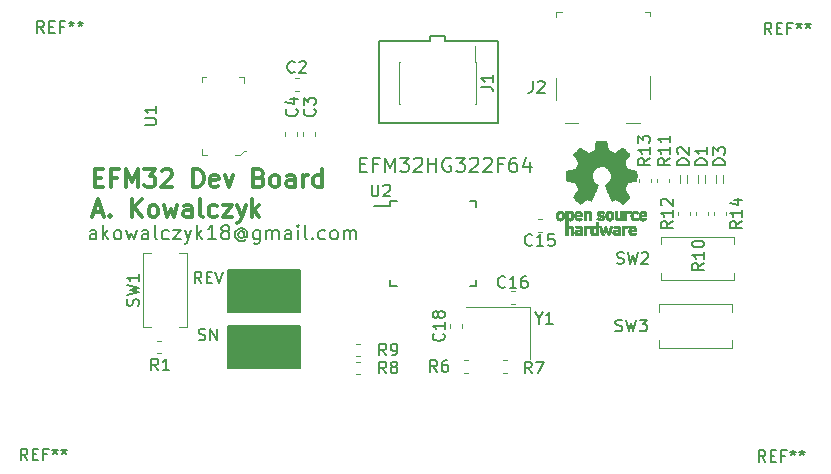
<source format=gto>
G04 #@! TF.GenerationSoftware,KiCad,Pcbnew,(5.0.0)*
G04 #@! TF.CreationDate,2018-09-15T00:01:03-04:00*
G04 #@! TF.ProjectId,EFMPod,45464D506F642E6B696361645F706362,rev?*
G04 #@! TF.SameCoordinates,Original*
G04 #@! TF.FileFunction,Legend,Top*
G04 #@! TF.FilePolarity,Positive*
%FSLAX46Y46*%
G04 Gerber Fmt 4.6, Leading zero omitted, Abs format (unit mm)*
G04 Created by KiCad (PCBNEW (5.0.0)) date 09/15/18 00:01:03*
%MOMM*%
%LPD*%
G01*
G04 APERTURE LIST*
%ADD10C,0.150000*%
%ADD11C,0.200000*%
%ADD12C,0.300000*%
%ADD13C,0.120000*%
%ADD14C,0.100000*%
%ADD15C,0.010000*%
G04 APERTURE END LIST*
D10*
X137620476Y-93241761D02*
X137763333Y-93289380D01*
X138001428Y-93289380D01*
X138096666Y-93241761D01*
X138144285Y-93194142D01*
X138191904Y-93098904D01*
X138191904Y-93003666D01*
X138144285Y-92908428D01*
X138096666Y-92860809D01*
X138001428Y-92813190D01*
X137810952Y-92765571D01*
X137715714Y-92717952D01*
X137668095Y-92670333D01*
X137620476Y-92575095D01*
X137620476Y-92479857D01*
X137668095Y-92384619D01*
X137715714Y-92337000D01*
X137810952Y-92289380D01*
X138049047Y-92289380D01*
X138191904Y-92337000D01*
X138620476Y-93289380D02*
X138620476Y-92289380D01*
X139191904Y-93289380D01*
X139191904Y-92289380D01*
X137858571Y-88463380D02*
X137525238Y-87987190D01*
X137287142Y-88463380D02*
X137287142Y-87463380D01*
X137668095Y-87463380D01*
X137763333Y-87511000D01*
X137810952Y-87558619D01*
X137858571Y-87653857D01*
X137858571Y-87796714D01*
X137810952Y-87891952D01*
X137763333Y-87939571D01*
X137668095Y-87987190D01*
X137287142Y-87987190D01*
X138287142Y-87939571D02*
X138620476Y-87939571D01*
X138763333Y-88463380D02*
X138287142Y-88463380D01*
X138287142Y-87463380D01*
X138763333Y-87463380D01*
X139049047Y-87463380D02*
X139382380Y-88463380D01*
X139715714Y-87463380D01*
G36*
X140081000Y-92075000D02*
X146177000Y-92075000D01*
X146177000Y-95631000D01*
X140081000Y-95631000D01*
X140081000Y-92075000D01*
G37*
X140081000Y-92075000D02*
X146177000Y-92075000D01*
X146177000Y-95631000D01*
X140081000Y-95631000D01*
X140081000Y-92075000D01*
G36*
X140081000Y-87376000D02*
X146177000Y-87376000D01*
X146177000Y-90932000D01*
X140081000Y-90932000D01*
X140081000Y-87376000D01*
G37*
X140081000Y-87376000D02*
X146177000Y-87376000D01*
X146177000Y-90932000D01*
X140081000Y-90932000D01*
X140081000Y-87376000D01*
D11*
X151296000Y-78400285D02*
X151696000Y-78400285D01*
X151867428Y-79028857D02*
X151296000Y-79028857D01*
X151296000Y-77828857D01*
X151867428Y-77828857D01*
X152781714Y-78400285D02*
X152381714Y-78400285D01*
X152381714Y-79028857D02*
X152381714Y-77828857D01*
X152953142Y-77828857D01*
X153410285Y-79028857D02*
X153410285Y-77828857D01*
X153810285Y-78686000D01*
X154210285Y-77828857D01*
X154210285Y-79028857D01*
X154667428Y-77828857D02*
X155410285Y-77828857D01*
X155010285Y-78286000D01*
X155181714Y-78286000D01*
X155296000Y-78343142D01*
X155353142Y-78400285D01*
X155410285Y-78514571D01*
X155410285Y-78800285D01*
X155353142Y-78914571D01*
X155296000Y-78971714D01*
X155181714Y-79028857D01*
X154838857Y-79028857D01*
X154724571Y-78971714D01*
X154667428Y-78914571D01*
X155867428Y-77943142D02*
X155924571Y-77886000D01*
X156038857Y-77828857D01*
X156324571Y-77828857D01*
X156438857Y-77886000D01*
X156496000Y-77943142D01*
X156553142Y-78057428D01*
X156553142Y-78171714D01*
X156496000Y-78343142D01*
X155810285Y-79028857D01*
X156553142Y-79028857D01*
X157067428Y-79028857D02*
X157067428Y-77828857D01*
X157067428Y-78400285D02*
X157753142Y-78400285D01*
X157753142Y-79028857D02*
X157753142Y-77828857D01*
X158953142Y-77886000D02*
X158838857Y-77828857D01*
X158667428Y-77828857D01*
X158496000Y-77886000D01*
X158381714Y-78000285D01*
X158324571Y-78114571D01*
X158267428Y-78343142D01*
X158267428Y-78514571D01*
X158324571Y-78743142D01*
X158381714Y-78857428D01*
X158496000Y-78971714D01*
X158667428Y-79028857D01*
X158781714Y-79028857D01*
X158953142Y-78971714D01*
X159010285Y-78914571D01*
X159010285Y-78514571D01*
X158781714Y-78514571D01*
X159410285Y-77828857D02*
X160153142Y-77828857D01*
X159753142Y-78286000D01*
X159924571Y-78286000D01*
X160038857Y-78343142D01*
X160096000Y-78400285D01*
X160153142Y-78514571D01*
X160153142Y-78800285D01*
X160096000Y-78914571D01*
X160038857Y-78971714D01*
X159924571Y-79028857D01*
X159581714Y-79028857D01*
X159467428Y-78971714D01*
X159410285Y-78914571D01*
X160610285Y-77943142D02*
X160667428Y-77886000D01*
X160781714Y-77828857D01*
X161067428Y-77828857D01*
X161181714Y-77886000D01*
X161238857Y-77943142D01*
X161296000Y-78057428D01*
X161296000Y-78171714D01*
X161238857Y-78343142D01*
X160553142Y-79028857D01*
X161296000Y-79028857D01*
X161753142Y-77943142D02*
X161810285Y-77886000D01*
X161924571Y-77828857D01*
X162210285Y-77828857D01*
X162324571Y-77886000D01*
X162381714Y-77943142D01*
X162438857Y-78057428D01*
X162438857Y-78171714D01*
X162381714Y-78343142D01*
X161696000Y-79028857D01*
X162438857Y-79028857D01*
X163353142Y-78400285D02*
X162953142Y-78400285D01*
X162953142Y-79028857D02*
X162953142Y-77828857D01*
X163524571Y-77828857D01*
X164496000Y-77828857D02*
X164267428Y-77828857D01*
X164153142Y-77886000D01*
X164096000Y-77943142D01*
X163981714Y-78114571D01*
X163924571Y-78343142D01*
X163924571Y-78800285D01*
X163981714Y-78914571D01*
X164038857Y-78971714D01*
X164153142Y-79028857D01*
X164381714Y-79028857D01*
X164496000Y-78971714D01*
X164553142Y-78914571D01*
X164610285Y-78800285D01*
X164610285Y-78514571D01*
X164553142Y-78400285D01*
X164496000Y-78343142D01*
X164381714Y-78286000D01*
X164153142Y-78286000D01*
X164038857Y-78343142D01*
X163981714Y-78400285D01*
X163924571Y-78514571D01*
X165638857Y-78228857D02*
X165638857Y-79028857D01*
X165353142Y-77771714D02*
X165067428Y-78628857D01*
X165810285Y-78628857D01*
X128957142Y-84743857D02*
X128957142Y-84115285D01*
X128900000Y-84001000D01*
X128785714Y-83943857D01*
X128557142Y-83943857D01*
X128442857Y-84001000D01*
X128957142Y-84686714D02*
X128842857Y-84743857D01*
X128557142Y-84743857D01*
X128442857Y-84686714D01*
X128385714Y-84572428D01*
X128385714Y-84458142D01*
X128442857Y-84343857D01*
X128557142Y-84286714D01*
X128842857Y-84286714D01*
X128957142Y-84229571D01*
X129528571Y-84743857D02*
X129528571Y-83543857D01*
X129642857Y-84286714D02*
X129985714Y-84743857D01*
X129985714Y-83943857D02*
X129528571Y-84401000D01*
X130671428Y-84743857D02*
X130557142Y-84686714D01*
X130500000Y-84629571D01*
X130442857Y-84515285D01*
X130442857Y-84172428D01*
X130500000Y-84058142D01*
X130557142Y-84001000D01*
X130671428Y-83943857D01*
X130842857Y-83943857D01*
X130957142Y-84001000D01*
X131014285Y-84058142D01*
X131071428Y-84172428D01*
X131071428Y-84515285D01*
X131014285Y-84629571D01*
X130957142Y-84686714D01*
X130842857Y-84743857D01*
X130671428Y-84743857D01*
X131471428Y-83943857D02*
X131700000Y-84743857D01*
X131928571Y-84172428D01*
X132157142Y-84743857D01*
X132385714Y-83943857D01*
X133357142Y-84743857D02*
X133357142Y-84115285D01*
X133300000Y-84001000D01*
X133185714Y-83943857D01*
X132957142Y-83943857D01*
X132842857Y-84001000D01*
X133357142Y-84686714D02*
X133242857Y-84743857D01*
X132957142Y-84743857D01*
X132842857Y-84686714D01*
X132785714Y-84572428D01*
X132785714Y-84458142D01*
X132842857Y-84343857D01*
X132957142Y-84286714D01*
X133242857Y-84286714D01*
X133357142Y-84229571D01*
X134100000Y-84743857D02*
X133985714Y-84686714D01*
X133928571Y-84572428D01*
X133928571Y-83543857D01*
X135071428Y-84686714D02*
X134957142Y-84743857D01*
X134728571Y-84743857D01*
X134614285Y-84686714D01*
X134557142Y-84629571D01*
X134500000Y-84515285D01*
X134500000Y-84172428D01*
X134557142Y-84058142D01*
X134614285Y-84001000D01*
X134728571Y-83943857D01*
X134957142Y-83943857D01*
X135071428Y-84001000D01*
X135471428Y-83943857D02*
X136100000Y-83943857D01*
X135471428Y-84743857D01*
X136100000Y-84743857D01*
X136442857Y-83943857D02*
X136728571Y-84743857D01*
X137014285Y-83943857D02*
X136728571Y-84743857D01*
X136614285Y-85029571D01*
X136557142Y-85086714D01*
X136442857Y-85143857D01*
X137471428Y-84743857D02*
X137471428Y-83543857D01*
X137585714Y-84286714D02*
X137928571Y-84743857D01*
X137928571Y-83943857D02*
X137471428Y-84401000D01*
X139071428Y-84743857D02*
X138385714Y-84743857D01*
X138728571Y-84743857D02*
X138728571Y-83543857D01*
X138614285Y-83715285D01*
X138500000Y-83829571D01*
X138385714Y-83886714D01*
X139757142Y-84058142D02*
X139642857Y-84001000D01*
X139585714Y-83943857D01*
X139528571Y-83829571D01*
X139528571Y-83772428D01*
X139585714Y-83658142D01*
X139642857Y-83601000D01*
X139757142Y-83543857D01*
X139985714Y-83543857D01*
X140100000Y-83601000D01*
X140157142Y-83658142D01*
X140214285Y-83772428D01*
X140214285Y-83829571D01*
X140157142Y-83943857D01*
X140100000Y-84001000D01*
X139985714Y-84058142D01*
X139757142Y-84058142D01*
X139642857Y-84115285D01*
X139585714Y-84172428D01*
X139528571Y-84286714D01*
X139528571Y-84515285D01*
X139585714Y-84629571D01*
X139642857Y-84686714D01*
X139757142Y-84743857D01*
X139985714Y-84743857D01*
X140100000Y-84686714D01*
X140157142Y-84629571D01*
X140214285Y-84515285D01*
X140214285Y-84286714D01*
X140157142Y-84172428D01*
X140100000Y-84115285D01*
X139985714Y-84058142D01*
X141471428Y-84172428D02*
X141414285Y-84115285D01*
X141300000Y-84058142D01*
X141185714Y-84058142D01*
X141071428Y-84115285D01*
X141014285Y-84172428D01*
X140957142Y-84286714D01*
X140957142Y-84401000D01*
X141014285Y-84515285D01*
X141071428Y-84572428D01*
X141185714Y-84629571D01*
X141300000Y-84629571D01*
X141414285Y-84572428D01*
X141471428Y-84515285D01*
X141471428Y-84058142D02*
X141471428Y-84515285D01*
X141528571Y-84572428D01*
X141585714Y-84572428D01*
X141700000Y-84515285D01*
X141757142Y-84401000D01*
X141757142Y-84115285D01*
X141642857Y-83943857D01*
X141471428Y-83829571D01*
X141242857Y-83772428D01*
X141014285Y-83829571D01*
X140842857Y-83943857D01*
X140728571Y-84115285D01*
X140671428Y-84343857D01*
X140728571Y-84572428D01*
X140842857Y-84743857D01*
X141014285Y-84858142D01*
X141242857Y-84915285D01*
X141471428Y-84858142D01*
X141642857Y-84743857D01*
X142785714Y-83943857D02*
X142785714Y-84915285D01*
X142728571Y-85029571D01*
X142671428Y-85086714D01*
X142557142Y-85143857D01*
X142385714Y-85143857D01*
X142271428Y-85086714D01*
X142785714Y-84686714D02*
X142671428Y-84743857D01*
X142442857Y-84743857D01*
X142328571Y-84686714D01*
X142271428Y-84629571D01*
X142214285Y-84515285D01*
X142214285Y-84172428D01*
X142271428Y-84058142D01*
X142328571Y-84001000D01*
X142442857Y-83943857D01*
X142671428Y-83943857D01*
X142785714Y-84001000D01*
X143357142Y-84743857D02*
X143357142Y-83943857D01*
X143357142Y-84058142D02*
X143414285Y-84001000D01*
X143528571Y-83943857D01*
X143700000Y-83943857D01*
X143814285Y-84001000D01*
X143871428Y-84115285D01*
X143871428Y-84743857D01*
X143871428Y-84115285D02*
X143928571Y-84001000D01*
X144042857Y-83943857D01*
X144214285Y-83943857D01*
X144328571Y-84001000D01*
X144385714Y-84115285D01*
X144385714Y-84743857D01*
X145471428Y-84743857D02*
X145471428Y-84115285D01*
X145414285Y-84001000D01*
X145300000Y-83943857D01*
X145071428Y-83943857D01*
X144957142Y-84001000D01*
X145471428Y-84686714D02*
X145357142Y-84743857D01*
X145071428Y-84743857D01*
X144957142Y-84686714D01*
X144900000Y-84572428D01*
X144900000Y-84458142D01*
X144957142Y-84343857D01*
X145071428Y-84286714D01*
X145357142Y-84286714D01*
X145471428Y-84229571D01*
X146042857Y-84743857D02*
X146042857Y-83943857D01*
X146042857Y-83543857D02*
X145985714Y-83601000D01*
X146042857Y-83658142D01*
X146100000Y-83601000D01*
X146042857Y-83543857D01*
X146042857Y-83658142D01*
X146785714Y-84743857D02*
X146671428Y-84686714D01*
X146614285Y-84572428D01*
X146614285Y-83543857D01*
X147242857Y-84629571D02*
X147300000Y-84686714D01*
X147242857Y-84743857D01*
X147185714Y-84686714D01*
X147242857Y-84629571D01*
X147242857Y-84743857D01*
X148328571Y-84686714D02*
X148214285Y-84743857D01*
X147985714Y-84743857D01*
X147871428Y-84686714D01*
X147814285Y-84629571D01*
X147757142Y-84515285D01*
X147757142Y-84172428D01*
X147814285Y-84058142D01*
X147871428Y-84001000D01*
X147985714Y-83943857D01*
X148214285Y-83943857D01*
X148328571Y-84001000D01*
X149014285Y-84743857D02*
X148900000Y-84686714D01*
X148842857Y-84629571D01*
X148785714Y-84515285D01*
X148785714Y-84172428D01*
X148842857Y-84058142D01*
X148900000Y-84001000D01*
X149014285Y-83943857D01*
X149185714Y-83943857D01*
X149300000Y-84001000D01*
X149357142Y-84058142D01*
X149414285Y-84172428D01*
X149414285Y-84515285D01*
X149357142Y-84629571D01*
X149300000Y-84686714D01*
X149185714Y-84743857D01*
X149014285Y-84743857D01*
X149928571Y-84743857D02*
X149928571Y-83943857D01*
X149928571Y-84058142D02*
X149985714Y-84001000D01*
X150100000Y-83943857D01*
X150271428Y-83943857D01*
X150385714Y-84001000D01*
X150442857Y-84115285D01*
X150442857Y-84743857D01*
X150442857Y-84115285D02*
X150500000Y-84001000D01*
X150614285Y-83943857D01*
X150785714Y-83943857D01*
X150900000Y-84001000D01*
X150957142Y-84115285D01*
X150957142Y-84743857D01*
D12*
X128822142Y-79516857D02*
X129322142Y-79516857D01*
X129536428Y-80302571D02*
X128822142Y-80302571D01*
X128822142Y-78802571D01*
X129536428Y-78802571D01*
X130679285Y-79516857D02*
X130179285Y-79516857D01*
X130179285Y-80302571D02*
X130179285Y-78802571D01*
X130893571Y-78802571D01*
X131465000Y-80302571D02*
X131465000Y-78802571D01*
X131965000Y-79874000D01*
X132465000Y-78802571D01*
X132465000Y-80302571D01*
X133036428Y-78802571D02*
X133965000Y-78802571D01*
X133465000Y-79374000D01*
X133679285Y-79374000D01*
X133822142Y-79445428D01*
X133893571Y-79516857D01*
X133965000Y-79659714D01*
X133965000Y-80016857D01*
X133893571Y-80159714D01*
X133822142Y-80231142D01*
X133679285Y-80302571D01*
X133250714Y-80302571D01*
X133107857Y-80231142D01*
X133036428Y-80159714D01*
X134536428Y-78945428D02*
X134607857Y-78874000D01*
X134750714Y-78802571D01*
X135107857Y-78802571D01*
X135250714Y-78874000D01*
X135322142Y-78945428D01*
X135393571Y-79088285D01*
X135393571Y-79231142D01*
X135322142Y-79445428D01*
X134465000Y-80302571D01*
X135393571Y-80302571D01*
X137179285Y-80302571D02*
X137179285Y-78802571D01*
X137536428Y-78802571D01*
X137750714Y-78874000D01*
X137893571Y-79016857D01*
X137965000Y-79159714D01*
X138036428Y-79445428D01*
X138036428Y-79659714D01*
X137965000Y-79945428D01*
X137893571Y-80088285D01*
X137750714Y-80231142D01*
X137536428Y-80302571D01*
X137179285Y-80302571D01*
X139250714Y-80231142D02*
X139107857Y-80302571D01*
X138822142Y-80302571D01*
X138679285Y-80231142D01*
X138607857Y-80088285D01*
X138607857Y-79516857D01*
X138679285Y-79374000D01*
X138822142Y-79302571D01*
X139107857Y-79302571D01*
X139250714Y-79374000D01*
X139322142Y-79516857D01*
X139322142Y-79659714D01*
X138607857Y-79802571D01*
X139822142Y-79302571D02*
X140179285Y-80302571D01*
X140536428Y-79302571D01*
X142750714Y-79516857D02*
X142965000Y-79588285D01*
X143036428Y-79659714D01*
X143107857Y-79802571D01*
X143107857Y-80016857D01*
X143036428Y-80159714D01*
X142965000Y-80231142D01*
X142822142Y-80302571D01*
X142250714Y-80302571D01*
X142250714Y-78802571D01*
X142750714Y-78802571D01*
X142893571Y-78874000D01*
X142965000Y-78945428D01*
X143036428Y-79088285D01*
X143036428Y-79231142D01*
X142965000Y-79374000D01*
X142893571Y-79445428D01*
X142750714Y-79516857D01*
X142250714Y-79516857D01*
X143965000Y-80302571D02*
X143822142Y-80231142D01*
X143750714Y-80159714D01*
X143679285Y-80016857D01*
X143679285Y-79588285D01*
X143750714Y-79445428D01*
X143822142Y-79374000D01*
X143965000Y-79302571D01*
X144179285Y-79302571D01*
X144322142Y-79374000D01*
X144393571Y-79445428D01*
X144465000Y-79588285D01*
X144465000Y-80016857D01*
X144393571Y-80159714D01*
X144322142Y-80231142D01*
X144179285Y-80302571D01*
X143965000Y-80302571D01*
X145750714Y-80302571D02*
X145750714Y-79516857D01*
X145679285Y-79374000D01*
X145536428Y-79302571D01*
X145250714Y-79302571D01*
X145107857Y-79374000D01*
X145750714Y-80231142D02*
X145607857Y-80302571D01*
X145250714Y-80302571D01*
X145107857Y-80231142D01*
X145036428Y-80088285D01*
X145036428Y-79945428D01*
X145107857Y-79802571D01*
X145250714Y-79731142D01*
X145607857Y-79731142D01*
X145750714Y-79659714D01*
X146465000Y-80302571D02*
X146465000Y-79302571D01*
X146465000Y-79588285D02*
X146536428Y-79445428D01*
X146607857Y-79374000D01*
X146750714Y-79302571D01*
X146893571Y-79302571D01*
X148036428Y-80302571D02*
X148036428Y-78802571D01*
X148036428Y-80231142D02*
X147893571Y-80302571D01*
X147607857Y-80302571D01*
X147465000Y-80231142D01*
X147393571Y-80159714D01*
X147322142Y-80016857D01*
X147322142Y-79588285D01*
X147393571Y-79445428D01*
X147465000Y-79374000D01*
X147607857Y-79302571D01*
X147893571Y-79302571D01*
X148036428Y-79374000D01*
X128750714Y-82424000D02*
X129465000Y-82424000D01*
X128607857Y-82852571D02*
X129107857Y-81352571D01*
X129607857Y-82852571D01*
X130107857Y-82709714D02*
X130179285Y-82781142D01*
X130107857Y-82852571D01*
X130036428Y-82781142D01*
X130107857Y-82709714D01*
X130107857Y-82852571D01*
X131965000Y-82852571D02*
X131965000Y-81352571D01*
X132822142Y-82852571D02*
X132179285Y-81995428D01*
X132822142Y-81352571D02*
X131965000Y-82209714D01*
X133679285Y-82852571D02*
X133536428Y-82781142D01*
X133465000Y-82709714D01*
X133393571Y-82566857D01*
X133393571Y-82138285D01*
X133465000Y-81995428D01*
X133536428Y-81924000D01*
X133679285Y-81852571D01*
X133893571Y-81852571D01*
X134036428Y-81924000D01*
X134107857Y-81995428D01*
X134179285Y-82138285D01*
X134179285Y-82566857D01*
X134107857Y-82709714D01*
X134036428Y-82781142D01*
X133893571Y-82852571D01*
X133679285Y-82852571D01*
X134679285Y-81852571D02*
X134965000Y-82852571D01*
X135250714Y-82138285D01*
X135536428Y-82852571D01*
X135822142Y-81852571D01*
X137036428Y-82852571D02*
X137036428Y-82066857D01*
X136965000Y-81924000D01*
X136822142Y-81852571D01*
X136536428Y-81852571D01*
X136393571Y-81924000D01*
X137036428Y-82781142D02*
X136893571Y-82852571D01*
X136536428Y-82852571D01*
X136393571Y-82781142D01*
X136322142Y-82638285D01*
X136322142Y-82495428D01*
X136393571Y-82352571D01*
X136536428Y-82281142D01*
X136893571Y-82281142D01*
X137036428Y-82209714D01*
X137965000Y-82852571D02*
X137822142Y-82781142D01*
X137750714Y-82638285D01*
X137750714Y-81352571D01*
X139179285Y-82781142D02*
X139036428Y-82852571D01*
X138750714Y-82852571D01*
X138607857Y-82781142D01*
X138536428Y-82709714D01*
X138465000Y-82566857D01*
X138465000Y-82138285D01*
X138536428Y-81995428D01*
X138607857Y-81924000D01*
X138750714Y-81852571D01*
X139036428Y-81852571D01*
X139179285Y-81924000D01*
X139679285Y-81852571D02*
X140465000Y-81852571D01*
X139679285Y-82852571D01*
X140465000Y-82852571D01*
X140893571Y-81852571D02*
X141250714Y-82852571D01*
X141607857Y-81852571D02*
X141250714Y-82852571D01*
X141107857Y-83209714D01*
X141036428Y-83281142D01*
X140893571Y-83352571D01*
X142179285Y-82852571D02*
X142179285Y-81352571D01*
X142322142Y-82281142D02*
X142750714Y-82852571D01*
X142750714Y-81852571D02*
X142179285Y-82424000D01*
D11*
X152908000Y-67945000D02*
X154178000Y-67945000D01*
X152908000Y-74930000D02*
X152908000Y-67945000D01*
X162941000Y-74930000D02*
X152908000Y-74930000D01*
X162941000Y-74549000D02*
X162941000Y-74930000D01*
X162941000Y-67945000D02*
X162941000Y-74549000D01*
X161163000Y-67945000D02*
X162941000Y-67945000D01*
X158496000Y-67945000D02*
X161163000Y-67945000D01*
X158496000Y-67564000D02*
X158496000Y-67945000D01*
X157226000Y-67564000D02*
X158496000Y-67564000D01*
X157226000Y-67945000D02*
X157226000Y-67564000D01*
X154178000Y-67945000D02*
X157226000Y-67945000D01*
D13*
G04 #@! TO.C,C2*
X145760221Y-71118000D02*
X146085779Y-71118000D01*
X145760221Y-72138000D02*
X146085779Y-72138000D01*
G04 #@! TO.C,C3*
X146429000Y-75656221D02*
X146429000Y-75981779D01*
X147449000Y-75656221D02*
X147449000Y-75981779D01*
G04 #@! TO.C,C4*
X145925000Y-75656221D02*
X145925000Y-75981779D01*
X144905000Y-75656221D02*
X144905000Y-75981779D01*
G04 #@! TO.C,C15*
X166334221Y-83056000D02*
X166659779Y-83056000D01*
X166334221Y-84076000D02*
X166659779Y-84076000D01*
G04 #@! TO.C,C16*
X164373779Y-89152000D02*
X164048221Y-89152000D01*
X164373779Y-90172000D02*
X164048221Y-90172000D01*
G04 #@! TO.C,C18*
X158875000Y-92237779D02*
X158875000Y-91912221D01*
X159895000Y-92237779D02*
X159895000Y-91912221D01*
G04 #@! TO.C,R1*
X134076221Y-94363000D02*
X134401779Y-94363000D01*
X134076221Y-93343000D02*
X134401779Y-93343000D01*
G04 #@! TO.C,R6*
X160111221Y-94994000D02*
X160436779Y-94994000D01*
X160111221Y-96014000D02*
X160436779Y-96014000D01*
G04 #@! TO.C,R7*
X163413221Y-96014000D02*
X163738779Y-96014000D01*
X163413221Y-94994000D02*
X163738779Y-94994000D01*
G04 #@! TO.C,R8*
X151292779Y-96141000D02*
X150967221Y-96141000D01*
X151292779Y-95121000D02*
X150967221Y-95121000D01*
G04 #@! TO.C,R9*
X151292779Y-93597000D02*
X150967221Y-93597000D01*
X151292779Y-94617000D02*
X150967221Y-94617000D01*
G04 #@! TO.C,R10*
X179703000Y-82387221D02*
X179703000Y-82712779D01*
X180723000Y-82387221D02*
X180723000Y-82712779D01*
G04 #@! TO.C,R11*
X176401000Y-79593221D02*
X176401000Y-79918779D01*
X177421000Y-79593221D02*
X177421000Y-79918779D01*
G04 #@! TO.C,R12*
X179199000Y-82387221D02*
X179199000Y-82712779D01*
X178179000Y-82387221D02*
X178179000Y-82712779D01*
G04 #@! TO.C,R13*
X175897000Y-79593221D02*
X175897000Y-79918779D01*
X174877000Y-79593221D02*
X174877000Y-79918779D01*
G04 #@! TO.C,R14*
X182247000Y-82387221D02*
X182247000Y-82712779D01*
X181227000Y-82387221D02*
X181227000Y-82712779D01*
G04 #@! TO.C,SW1*
X136597000Y-92127000D02*
X136597000Y-85927000D01*
X132897000Y-85927000D02*
X132897000Y-92127000D01*
X132897000Y-92127000D02*
X133547000Y-92127000D01*
X135947000Y-92127000D02*
X136597000Y-92127000D01*
X136597000Y-85927000D02*
X135947000Y-85927000D01*
X132897000Y-85927000D02*
X133547000Y-85927000D01*
G04 #@! TO.C,SW2*
X182932000Y-84510000D02*
X182932000Y-85160000D01*
X182932000Y-88210000D02*
X182932000Y-87560000D01*
X176732000Y-87560000D02*
X176732000Y-88210000D01*
X176732000Y-84510000D02*
X176732000Y-85160000D01*
X182932000Y-84510000D02*
X176732000Y-84510000D01*
X176732000Y-88210000D02*
X182932000Y-88210000D01*
G04 #@! TO.C,SW3*
X182805000Y-90225000D02*
X182805000Y-90875000D01*
X182805000Y-93925000D02*
X182805000Y-93275000D01*
X176605000Y-93275000D02*
X176605000Y-93925000D01*
X176605000Y-90225000D02*
X176605000Y-90875000D01*
X182805000Y-90225000D02*
X176605000Y-90225000D01*
X176605000Y-93925000D02*
X182805000Y-93925000D01*
D10*
G04 #@! TO.C,U2*
X153855000Y-81465000D02*
X153855000Y-81890000D01*
X161105000Y-81465000D02*
X161105000Y-81990000D01*
X161105000Y-88715000D02*
X161105000Y-88190000D01*
X153855000Y-88715000D02*
X153855000Y-88190000D01*
X153855000Y-81465000D02*
X154380000Y-81465000D01*
X153855000Y-88715000D02*
X154380000Y-88715000D01*
X161105000Y-88715000D02*
X160580000Y-88715000D01*
X161105000Y-81465000D02*
X160580000Y-81465000D01*
X153855000Y-81890000D02*
X152480000Y-81890000D01*
D13*
G04 #@! TO.C,D1*
X179913000Y-79329000D02*
X179913000Y-79929000D01*
X180513000Y-79329000D02*
X180513000Y-79929000D01*
G04 #@! TO.C,D2*
X178989000Y-79329000D02*
X178989000Y-79929000D01*
X178389000Y-79329000D02*
X178389000Y-79929000D01*
G04 #@! TO.C,D3*
X181437000Y-79329000D02*
X181437000Y-79929000D01*
X182037000Y-79329000D02*
X182037000Y-79929000D01*
D14*
G04 #@! TO.C,J2*
X173806000Y-74927000D02*
X175031000Y-74927000D01*
X168681000Y-74927000D02*
X169756000Y-74927000D01*
X175806000Y-72827000D02*
X175806000Y-70952000D01*
X167856000Y-71102000D02*
X167856000Y-72977000D01*
X167856000Y-65802000D02*
X167856000Y-65877000D01*
X167856000Y-65802000D02*
X167856000Y-65477000D01*
X167856000Y-65477000D02*
X168356000Y-65477000D01*
X175806000Y-65777000D02*
X175806000Y-65852000D01*
X175806000Y-65777000D02*
X175806000Y-65477000D01*
X175806000Y-65477000D02*
X175381000Y-65477000D01*
G04 #@! TO.C,U1*
X140675000Y-77570000D02*
X141150000Y-77570000D01*
X141150000Y-77570000D02*
X141475000Y-77270000D01*
X141475000Y-77270000D02*
X141670000Y-77270000D01*
X141000000Y-71020000D02*
X141475000Y-71020000D01*
X141475000Y-71020000D02*
X141475000Y-71470000D01*
X137925000Y-77070000D02*
X137925000Y-77570000D01*
X137925000Y-77570000D02*
X138325000Y-77570000D01*
X137925000Y-71395000D02*
X137925000Y-71020000D01*
X137925000Y-71020000D02*
X138225000Y-71020000D01*
D13*
G04 #@! TO.C,J1*
X161096000Y-69736000D02*
X161096000Y-73266000D01*
X154626000Y-69736000D02*
X154626000Y-73266000D01*
X161031000Y-68411000D02*
X161031000Y-69736000D01*
X161096000Y-69736000D02*
X161031000Y-69736000D01*
X161096000Y-73266000D02*
X161031000Y-73266000D01*
X154691000Y-69736000D02*
X154626000Y-69736000D01*
X154691000Y-73266000D02*
X154626000Y-73266000D01*
G04 #@! TO.C,Y1*
X165641000Y-94910000D02*
X165641000Y-90510000D01*
X165641000Y-90510000D02*
X160241000Y-90510000D01*
D15*
G04 #@! TO.C,REF\002A\002A*
G36*
X172204964Y-76789576D02*
X172280513Y-77190322D01*
X172838041Y-77420154D01*
X173172465Y-77192748D01*
X173266122Y-77129431D01*
X173350782Y-77072896D01*
X173422495Y-77025727D01*
X173477311Y-76990502D01*
X173511280Y-76969805D01*
X173520530Y-76965342D01*
X173537195Y-76976820D01*
X173572806Y-77008551D01*
X173623371Y-77056483D01*
X173684900Y-77116562D01*
X173753399Y-77184733D01*
X173824879Y-77256945D01*
X173895347Y-77329142D01*
X173960811Y-77397273D01*
X174017280Y-77457283D01*
X174060763Y-77505119D01*
X174087268Y-77536727D01*
X174093605Y-77547305D01*
X174084486Y-77566806D01*
X174058920Y-77609531D01*
X174019597Y-77671298D01*
X173969203Y-77747931D01*
X173910427Y-77835248D01*
X173876368Y-77885052D01*
X173814289Y-77975993D01*
X173759126Y-78058059D01*
X173713554Y-78127163D01*
X173680250Y-78179222D01*
X173661890Y-78210150D01*
X173659131Y-78216650D01*
X173665385Y-78235121D01*
X173682434Y-78278172D01*
X173707703Y-78339749D01*
X173738622Y-78413799D01*
X173772618Y-78494270D01*
X173807118Y-78575107D01*
X173839551Y-78650258D01*
X173867343Y-78713671D01*
X173887923Y-78759293D01*
X173898719Y-78781069D01*
X173899356Y-78781926D01*
X173916307Y-78786084D01*
X173961451Y-78795361D01*
X174030110Y-78808844D01*
X174117602Y-78825621D01*
X174219250Y-78844781D01*
X174278556Y-78855830D01*
X174387172Y-78876510D01*
X174485277Y-78896189D01*
X174567909Y-78913789D01*
X174630104Y-78928233D01*
X174666899Y-78938446D01*
X174674296Y-78941686D01*
X174681540Y-78963617D01*
X174687385Y-79013147D01*
X174691835Y-79084485D01*
X174694893Y-79171839D01*
X174696565Y-79269417D01*
X174696853Y-79371426D01*
X174695761Y-79472075D01*
X174693294Y-79565572D01*
X174689456Y-79646125D01*
X174684250Y-79707942D01*
X174677681Y-79745230D01*
X174673741Y-79752993D01*
X174650188Y-79762298D01*
X174600282Y-79775600D01*
X174530623Y-79791337D01*
X174447813Y-79807946D01*
X174418905Y-79813319D01*
X174279531Y-79838848D01*
X174169436Y-79859408D01*
X174084982Y-79875815D01*
X174022530Y-79888887D01*
X173978444Y-79899441D01*
X173949085Y-79908294D01*
X173930815Y-79916263D01*
X173919998Y-79924165D01*
X173918485Y-79925727D01*
X173903377Y-79950886D01*
X173880329Y-79999850D01*
X173851644Y-80066621D01*
X173819622Y-80145205D01*
X173786565Y-80229607D01*
X173754773Y-80313830D01*
X173726549Y-80391879D01*
X173704193Y-80457759D01*
X173690007Y-80505473D01*
X173686293Y-80529027D01*
X173686602Y-80529852D01*
X173699189Y-80549104D01*
X173727744Y-80591463D01*
X173769267Y-80652521D01*
X173820756Y-80727868D01*
X173879211Y-80813096D01*
X173895858Y-80837315D01*
X173955215Y-80925123D01*
X174007447Y-81005238D01*
X174049708Y-81073062D01*
X174079153Y-81123993D01*
X174092937Y-81153431D01*
X174093605Y-81157048D01*
X174082024Y-81176057D01*
X174050024Y-81213714D01*
X174001718Y-81265973D01*
X173941220Y-81328786D01*
X173872644Y-81398106D01*
X173800104Y-81469885D01*
X173727712Y-81540077D01*
X173659584Y-81604635D01*
X173599832Y-81659510D01*
X173552571Y-81700656D01*
X173521913Y-81724026D01*
X173513432Y-81727842D01*
X173493691Y-81718855D01*
X173453274Y-81694616D01*
X173398763Y-81659209D01*
X173356823Y-81630711D01*
X173280829Y-81578418D01*
X173190834Y-81516845D01*
X173100564Y-81455370D01*
X173052032Y-81422469D01*
X172887762Y-81311359D01*
X172749869Y-81385916D01*
X172687049Y-81418578D01*
X172633629Y-81443966D01*
X172597484Y-81458446D01*
X172588284Y-81460460D01*
X172577221Y-81445584D01*
X172555394Y-81403547D01*
X172524434Y-81338227D01*
X172485970Y-81253500D01*
X172441632Y-81153245D01*
X172393047Y-81041339D01*
X172341846Y-80921659D01*
X172289659Y-80798084D01*
X172238113Y-80674491D01*
X172188840Y-80554757D01*
X172143467Y-80442759D01*
X172103625Y-80342377D01*
X172070942Y-80257486D01*
X172047049Y-80191965D01*
X172033574Y-80149690D01*
X172031406Y-80135172D01*
X172048583Y-80116653D01*
X172086190Y-80086590D01*
X172136366Y-80051232D01*
X172140578Y-80048434D01*
X172270264Y-79944625D01*
X172374834Y-79823515D01*
X172453381Y-79688976D01*
X172504999Y-79544882D01*
X172528782Y-79395105D01*
X172523823Y-79243517D01*
X172489217Y-79093992D01*
X172424057Y-78950400D01*
X172404886Y-78918984D01*
X172305174Y-78792125D01*
X172187377Y-78690255D01*
X172055571Y-78613904D01*
X171913833Y-78563602D01*
X171766242Y-78539879D01*
X171616873Y-78543265D01*
X171469803Y-78574288D01*
X171329111Y-78633480D01*
X171198873Y-78721369D01*
X171158586Y-78757042D01*
X171056055Y-78868706D01*
X170981341Y-78986257D01*
X170930090Y-79118020D01*
X170901546Y-79248507D01*
X170894500Y-79395216D01*
X170917996Y-79542653D01*
X170969649Y-79685834D01*
X171047071Y-79819777D01*
X171147875Y-79939498D01*
X171269676Y-80040014D01*
X171285684Y-80050609D01*
X171336398Y-80085306D01*
X171374950Y-80115370D01*
X171393381Y-80134565D01*
X171393649Y-80135172D01*
X171389692Y-80155936D01*
X171374007Y-80203062D01*
X171348222Y-80272673D01*
X171313969Y-80360893D01*
X171272877Y-80463844D01*
X171226576Y-80577650D01*
X171176696Y-80698435D01*
X171124867Y-80822321D01*
X171072719Y-80945432D01*
X171021882Y-81063891D01*
X170973987Y-81173823D01*
X170930662Y-81271349D01*
X170893538Y-81352593D01*
X170864244Y-81413679D01*
X170844412Y-81450730D01*
X170836426Y-81460460D01*
X170812021Y-81452883D01*
X170766358Y-81432560D01*
X170707310Y-81403125D01*
X170674840Y-81385916D01*
X170536947Y-81311359D01*
X170372677Y-81422469D01*
X170288821Y-81479390D01*
X170197013Y-81542030D01*
X170110980Y-81601011D01*
X170067887Y-81630711D01*
X170007277Y-81671410D01*
X169955955Y-81703663D01*
X169920615Y-81723384D01*
X169909137Y-81727554D01*
X169892430Y-81716307D01*
X169855454Y-81684911D01*
X169801795Y-81636624D01*
X169735038Y-81574708D01*
X169658766Y-81502421D01*
X169610527Y-81456008D01*
X169526133Y-81373087D01*
X169453197Y-81298920D01*
X169394669Y-81236680D01*
X169353497Y-81189541D01*
X169332628Y-81160673D01*
X169330626Y-81154815D01*
X169339917Y-81132532D01*
X169365591Y-81087477D01*
X169404800Y-81024211D01*
X169454697Y-80947295D01*
X169512433Y-80861292D01*
X169528851Y-80837315D01*
X169588677Y-80750170D01*
X169642350Y-80671710D01*
X169686870Y-80606345D01*
X169719235Y-80558484D01*
X169736445Y-80532535D01*
X169738107Y-80529852D01*
X169735621Y-80509172D01*
X169722423Y-80463704D01*
X169700814Y-80399444D01*
X169673096Y-80322387D01*
X169641570Y-80238529D01*
X169608537Y-80153866D01*
X169576299Y-80074392D01*
X169547157Y-80006104D01*
X169523412Y-79954997D01*
X169507365Y-79927067D01*
X169506225Y-79925727D01*
X169496412Y-79917745D01*
X169479839Y-79909851D01*
X169452868Y-79901229D01*
X169411861Y-79891062D01*
X169353180Y-79878531D01*
X169273187Y-79862821D01*
X169168245Y-79843113D01*
X169034715Y-79818592D01*
X169005804Y-79813319D01*
X168920118Y-79796764D01*
X168845418Y-79780569D01*
X168788306Y-79766296D01*
X168755383Y-79755508D01*
X168750969Y-79752993D01*
X168743694Y-79730696D01*
X168737781Y-79680869D01*
X168733234Y-79609304D01*
X168730055Y-79521793D01*
X168728251Y-79424128D01*
X168727823Y-79322101D01*
X168728777Y-79221503D01*
X168731116Y-79128127D01*
X168734844Y-79047765D01*
X168739966Y-78986209D01*
X168746484Y-78949250D01*
X168750414Y-78941686D01*
X168772292Y-78934056D01*
X168822109Y-78921642D01*
X168894903Y-78905522D01*
X168985711Y-78886773D01*
X169089569Y-78866471D01*
X169146154Y-78855830D01*
X169253514Y-78835760D01*
X169349254Y-78817580D01*
X169428694Y-78802199D01*
X169487154Y-78790531D01*
X169519955Y-78783488D01*
X169525354Y-78781926D01*
X169534478Y-78764322D01*
X169553765Y-78721918D01*
X169580645Y-78660772D01*
X169612546Y-78586943D01*
X169646898Y-78506489D01*
X169681129Y-78425468D01*
X169712669Y-78349937D01*
X169738946Y-78285955D01*
X169757389Y-78239580D01*
X169765429Y-78216869D01*
X169765578Y-78215876D01*
X169756465Y-78197961D01*
X169730914Y-78156733D01*
X169691612Y-78096291D01*
X169641243Y-78020731D01*
X169582494Y-77934152D01*
X169548342Y-77884421D01*
X169486110Y-77793236D01*
X169430836Y-77710449D01*
X169385218Y-77640249D01*
X169351952Y-77586824D01*
X169333736Y-77554361D01*
X169331105Y-77547083D01*
X169342414Y-77530145D01*
X169373681Y-77493978D01*
X169420910Y-77442635D01*
X169480108Y-77380167D01*
X169547281Y-77310626D01*
X169618434Y-77238065D01*
X169689574Y-77166535D01*
X169756707Y-77100087D01*
X169815839Y-77042774D01*
X169862975Y-76998647D01*
X169894123Y-76971759D01*
X169904543Y-76965342D01*
X169921509Y-76974365D01*
X169962089Y-76999715D01*
X170022337Y-77038810D01*
X170098307Y-77089071D01*
X170186054Y-77147917D01*
X170252244Y-77192748D01*
X170586668Y-77420154D01*
X170865433Y-77305238D01*
X171144197Y-77190322D01*
X171219746Y-76789576D01*
X171295294Y-76388829D01*
X172129415Y-76388829D01*
X172204964Y-76789576D01*
X172204964Y-76789576D01*
G37*
X172204964Y-76789576D02*
X172280513Y-77190322D01*
X172838041Y-77420154D01*
X173172465Y-77192748D01*
X173266122Y-77129431D01*
X173350782Y-77072896D01*
X173422495Y-77025727D01*
X173477311Y-76990502D01*
X173511280Y-76969805D01*
X173520530Y-76965342D01*
X173537195Y-76976820D01*
X173572806Y-77008551D01*
X173623371Y-77056483D01*
X173684900Y-77116562D01*
X173753399Y-77184733D01*
X173824879Y-77256945D01*
X173895347Y-77329142D01*
X173960811Y-77397273D01*
X174017280Y-77457283D01*
X174060763Y-77505119D01*
X174087268Y-77536727D01*
X174093605Y-77547305D01*
X174084486Y-77566806D01*
X174058920Y-77609531D01*
X174019597Y-77671298D01*
X173969203Y-77747931D01*
X173910427Y-77835248D01*
X173876368Y-77885052D01*
X173814289Y-77975993D01*
X173759126Y-78058059D01*
X173713554Y-78127163D01*
X173680250Y-78179222D01*
X173661890Y-78210150D01*
X173659131Y-78216650D01*
X173665385Y-78235121D01*
X173682434Y-78278172D01*
X173707703Y-78339749D01*
X173738622Y-78413799D01*
X173772618Y-78494270D01*
X173807118Y-78575107D01*
X173839551Y-78650258D01*
X173867343Y-78713671D01*
X173887923Y-78759293D01*
X173898719Y-78781069D01*
X173899356Y-78781926D01*
X173916307Y-78786084D01*
X173961451Y-78795361D01*
X174030110Y-78808844D01*
X174117602Y-78825621D01*
X174219250Y-78844781D01*
X174278556Y-78855830D01*
X174387172Y-78876510D01*
X174485277Y-78896189D01*
X174567909Y-78913789D01*
X174630104Y-78928233D01*
X174666899Y-78938446D01*
X174674296Y-78941686D01*
X174681540Y-78963617D01*
X174687385Y-79013147D01*
X174691835Y-79084485D01*
X174694893Y-79171839D01*
X174696565Y-79269417D01*
X174696853Y-79371426D01*
X174695761Y-79472075D01*
X174693294Y-79565572D01*
X174689456Y-79646125D01*
X174684250Y-79707942D01*
X174677681Y-79745230D01*
X174673741Y-79752993D01*
X174650188Y-79762298D01*
X174600282Y-79775600D01*
X174530623Y-79791337D01*
X174447813Y-79807946D01*
X174418905Y-79813319D01*
X174279531Y-79838848D01*
X174169436Y-79859408D01*
X174084982Y-79875815D01*
X174022530Y-79888887D01*
X173978444Y-79899441D01*
X173949085Y-79908294D01*
X173930815Y-79916263D01*
X173919998Y-79924165D01*
X173918485Y-79925727D01*
X173903377Y-79950886D01*
X173880329Y-79999850D01*
X173851644Y-80066621D01*
X173819622Y-80145205D01*
X173786565Y-80229607D01*
X173754773Y-80313830D01*
X173726549Y-80391879D01*
X173704193Y-80457759D01*
X173690007Y-80505473D01*
X173686293Y-80529027D01*
X173686602Y-80529852D01*
X173699189Y-80549104D01*
X173727744Y-80591463D01*
X173769267Y-80652521D01*
X173820756Y-80727868D01*
X173879211Y-80813096D01*
X173895858Y-80837315D01*
X173955215Y-80925123D01*
X174007447Y-81005238D01*
X174049708Y-81073062D01*
X174079153Y-81123993D01*
X174092937Y-81153431D01*
X174093605Y-81157048D01*
X174082024Y-81176057D01*
X174050024Y-81213714D01*
X174001718Y-81265973D01*
X173941220Y-81328786D01*
X173872644Y-81398106D01*
X173800104Y-81469885D01*
X173727712Y-81540077D01*
X173659584Y-81604635D01*
X173599832Y-81659510D01*
X173552571Y-81700656D01*
X173521913Y-81724026D01*
X173513432Y-81727842D01*
X173493691Y-81718855D01*
X173453274Y-81694616D01*
X173398763Y-81659209D01*
X173356823Y-81630711D01*
X173280829Y-81578418D01*
X173190834Y-81516845D01*
X173100564Y-81455370D01*
X173052032Y-81422469D01*
X172887762Y-81311359D01*
X172749869Y-81385916D01*
X172687049Y-81418578D01*
X172633629Y-81443966D01*
X172597484Y-81458446D01*
X172588284Y-81460460D01*
X172577221Y-81445584D01*
X172555394Y-81403547D01*
X172524434Y-81338227D01*
X172485970Y-81253500D01*
X172441632Y-81153245D01*
X172393047Y-81041339D01*
X172341846Y-80921659D01*
X172289659Y-80798084D01*
X172238113Y-80674491D01*
X172188840Y-80554757D01*
X172143467Y-80442759D01*
X172103625Y-80342377D01*
X172070942Y-80257486D01*
X172047049Y-80191965D01*
X172033574Y-80149690D01*
X172031406Y-80135172D01*
X172048583Y-80116653D01*
X172086190Y-80086590D01*
X172136366Y-80051232D01*
X172140578Y-80048434D01*
X172270264Y-79944625D01*
X172374834Y-79823515D01*
X172453381Y-79688976D01*
X172504999Y-79544882D01*
X172528782Y-79395105D01*
X172523823Y-79243517D01*
X172489217Y-79093992D01*
X172424057Y-78950400D01*
X172404886Y-78918984D01*
X172305174Y-78792125D01*
X172187377Y-78690255D01*
X172055571Y-78613904D01*
X171913833Y-78563602D01*
X171766242Y-78539879D01*
X171616873Y-78543265D01*
X171469803Y-78574288D01*
X171329111Y-78633480D01*
X171198873Y-78721369D01*
X171158586Y-78757042D01*
X171056055Y-78868706D01*
X170981341Y-78986257D01*
X170930090Y-79118020D01*
X170901546Y-79248507D01*
X170894500Y-79395216D01*
X170917996Y-79542653D01*
X170969649Y-79685834D01*
X171047071Y-79819777D01*
X171147875Y-79939498D01*
X171269676Y-80040014D01*
X171285684Y-80050609D01*
X171336398Y-80085306D01*
X171374950Y-80115370D01*
X171393381Y-80134565D01*
X171393649Y-80135172D01*
X171389692Y-80155936D01*
X171374007Y-80203062D01*
X171348222Y-80272673D01*
X171313969Y-80360893D01*
X171272877Y-80463844D01*
X171226576Y-80577650D01*
X171176696Y-80698435D01*
X171124867Y-80822321D01*
X171072719Y-80945432D01*
X171021882Y-81063891D01*
X170973987Y-81173823D01*
X170930662Y-81271349D01*
X170893538Y-81352593D01*
X170864244Y-81413679D01*
X170844412Y-81450730D01*
X170836426Y-81460460D01*
X170812021Y-81452883D01*
X170766358Y-81432560D01*
X170707310Y-81403125D01*
X170674840Y-81385916D01*
X170536947Y-81311359D01*
X170372677Y-81422469D01*
X170288821Y-81479390D01*
X170197013Y-81542030D01*
X170110980Y-81601011D01*
X170067887Y-81630711D01*
X170007277Y-81671410D01*
X169955955Y-81703663D01*
X169920615Y-81723384D01*
X169909137Y-81727554D01*
X169892430Y-81716307D01*
X169855454Y-81684911D01*
X169801795Y-81636624D01*
X169735038Y-81574708D01*
X169658766Y-81502421D01*
X169610527Y-81456008D01*
X169526133Y-81373087D01*
X169453197Y-81298920D01*
X169394669Y-81236680D01*
X169353497Y-81189541D01*
X169332628Y-81160673D01*
X169330626Y-81154815D01*
X169339917Y-81132532D01*
X169365591Y-81087477D01*
X169404800Y-81024211D01*
X169454697Y-80947295D01*
X169512433Y-80861292D01*
X169528851Y-80837315D01*
X169588677Y-80750170D01*
X169642350Y-80671710D01*
X169686870Y-80606345D01*
X169719235Y-80558484D01*
X169736445Y-80532535D01*
X169738107Y-80529852D01*
X169735621Y-80509172D01*
X169722423Y-80463704D01*
X169700814Y-80399444D01*
X169673096Y-80322387D01*
X169641570Y-80238529D01*
X169608537Y-80153866D01*
X169576299Y-80074392D01*
X169547157Y-80006104D01*
X169523412Y-79954997D01*
X169507365Y-79927067D01*
X169506225Y-79925727D01*
X169496412Y-79917745D01*
X169479839Y-79909851D01*
X169452868Y-79901229D01*
X169411861Y-79891062D01*
X169353180Y-79878531D01*
X169273187Y-79862821D01*
X169168245Y-79843113D01*
X169034715Y-79818592D01*
X169005804Y-79813319D01*
X168920118Y-79796764D01*
X168845418Y-79780569D01*
X168788306Y-79766296D01*
X168755383Y-79755508D01*
X168750969Y-79752993D01*
X168743694Y-79730696D01*
X168737781Y-79680869D01*
X168733234Y-79609304D01*
X168730055Y-79521793D01*
X168728251Y-79424128D01*
X168727823Y-79322101D01*
X168728777Y-79221503D01*
X168731116Y-79128127D01*
X168734844Y-79047765D01*
X168739966Y-78986209D01*
X168746484Y-78949250D01*
X168750414Y-78941686D01*
X168772292Y-78934056D01*
X168822109Y-78921642D01*
X168894903Y-78905522D01*
X168985711Y-78886773D01*
X169089569Y-78866471D01*
X169146154Y-78855830D01*
X169253514Y-78835760D01*
X169349254Y-78817580D01*
X169428694Y-78802199D01*
X169487154Y-78790531D01*
X169519955Y-78783488D01*
X169525354Y-78781926D01*
X169534478Y-78764322D01*
X169553765Y-78721918D01*
X169580645Y-78660772D01*
X169612546Y-78586943D01*
X169646898Y-78506489D01*
X169681129Y-78425468D01*
X169712669Y-78349937D01*
X169738946Y-78285955D01*
X169757389Y-78239580D01*
X169765429Y-78216869D01*
X169765578Y-78215876D01*
X169756465Y-78197961D01*
X169730914Y-78156733D01*
X169691612Y-78096291D01*
X169641243Y-78020731D01*
X169582494Y-77934152D01*
X169548342Y-77884421D01*
X169486110Y-77793236D01*
X169430836Y-77710449D01*
X169385218Y-77640249D01*
X169351952Y-77586824D01*
X169333736Y-77554361D01*
X169331105Y-77547083D01*
X169342414Y-77530145D01*
X169373681Y-77493978D01*
X169420910Y-77442635D01*
X169480108Y-77380167D01*
X169547281Y-77310626D01*
X169618434Y-77238065D01*
X169689574Y-77166535D01*
X169756707Y-77100087D01*
X169815839Y-77042774D01*
X169862975Y-76998647D01*
X169894123Y-76971759D01*
X169904543Y-76965342D01*
X169921509Y-76974365D01*
X169962089Y-76999715D01*
X170022337Y-77038810D01*
X170098307Y-77089071D01*
X170186054Y-77147917D01*
X170252244Y-77192748D01*
X170586668Y-77420154D01*
X170865433Y-77305238D01*
X171144197Y-77190322D01*
X171219746Y-76789576D01*
X171295294Y-76388829D01*
X172129415Y-76388829D01*
X172204964Y-76789576D01*
G36*
X174095388Y-82328645D02*
X174152865Y-82346206D01*
X174189872Y-82368395D01*
X174201927Y-82385942D01*
X174198609Y-82406742D01*
X174177079Y-82439419D01*
X174158874Y-82462562D01*
X174121344Y-82504402D01*
X174093148Y-82522005D01*
X174069111Y-82520856D01*
X173997808Y-82502710D01*
X173945442Y-82503534D01*
X173902918Y-82524098D01*
X173888642Y-82536134D01*
X173842947Y-82578483D01*
X173842947Y-83131526D01*
X173659131Y-83131526D01*
X173659131Y-82329421D01*
X173751039Y-82329421D01*
X173806219Y-82331603D01*
X173834688Y-82339351D01*
X173842943Y-82354468D01*
X173842947Y-82354916D01*
X173846845Y-82370749D01*
X173864474Y-82368684D01*
X173888901Y-82357261D01*
X173939350Y-82336005D01*
X173980316Y-82323216D01*
X174033028Y-82319938D01*
X174095388Y-82328645D01*
X174095388Y-82328645D01*
G37*
X174095388Y-82328645D02*
X174152865Y-82346206D01*
X174189872Y-82368395D01*
X174201927Y-82385942D01*
X174198609Y-82406742D01*
X174177079Y-82439419D01*
X174158874Y-82462562D01*
X174121344Y-82504402D01*
X174093148Y-82522005D01*
X174069111Y-82520856D01*
X173997808Y-82502710D01*
X173945442Y-82503534D01*
X173902918Y-82524098D01*
X173888642Y-82536134D01*
X173842947Y-82578483D01*
X173842947Y-83131526D01*
X173659131Y-83131526D01*
X173659131Y-82329421D01*
X173751039Y-82329421D01*
X173806219Y-82331603D01*
X173834688Y-82339351D01*
X173842943Y-82354468D01*
X173842947Y-82354916D01*
X173846845Y-82370749D01*
X173864474Y-82368684D01*
X173888901Y-82357261D01*
X173939350Y-82336005D01*
X173980316Y-82323216D01*
X174033028Y-82319938D01*
X174095388Y-82328645D01*
G36*
X170701957Y-82343226D02*
X170743546Y-82363090D01*
X170783825Y-82391784D01*
X170814510Y-82424809D01*
X170836861Y-82466931D01*
X170852136Y-82522915D01*
X170861592Y-82597528D01*
X170866487Y-82695535D01*
X170868081Y-82821702D01*
X170868106Y-82834914D01*
X170868473Y-83131526D01*
X170684657Y-83131526D01*
X170684657Y-82858081D01*
X170684527Y-82756777D01*
X170683621Y-82683353D01*
X170681173Y-82632271D01*
X170676414Y-82597990D01*
X170668574Y-82574971D01*
X170656885Y-82557673D01*
X170640602Y-82540581D01*
X170583634Y-82503857D01*
X170521445Y-82497042D01*
X170462199Y-82520261D01*
X170441595Y-82537543D01*
X170426470Y-82553791D01*
X170415610Y-82571191D01*
X170408310Y-82595212D01*
X170403863Y-82631322D01*
X170401564Y-82684988D01*
X170400704Y-82761680D01*
X170400578Y-82855043D01*
X170400578Y-83131526D01*
X170216763Y-83131526D01*
X170216763Y-82329421D01*
X170308671Y-82329421D01*
X170363851Y-82331603D01*
X170392320Y-82339351D01*
X170400575Y-82354468D01*
X170400578Y-82354916D01*
X170404408Y-82369720D01*
X170421301Y-82368040D01*
X170454888Y-82351773D01*
X170531063Y-82327840D01*
X170618200Y-82325178D01*
X170701957Y-82343226D01*
X170701957Y-82343226D01*
G37*
X170701957Y-82343226D02*
X170743546Y-82363090D01*
X170783825Y-82391784D01*
X170814510Y-82424809D01*
X170836861Y-82466931D01*
X170852136Y-82522915D01*
X170861592Y-82597528D01*
X170866487Y-82695535D01*
X170868081Y-82821702D01*
X170868106Y-82834914D01*
X170868473Y-83131526D01*
X170684657Y-83131526D01*
X170684657Y-82858081D01*
X170684527Y-82756777D01*
X170683621Y-82683353D01*
X170681173Y-82632271D01*
X170676414Y-82597990D01*
X170668574Y-82574971D01*
X170656885Y-82557673D01*
X170640602Y-82540581D01*
X170583634Y-82503857D01*
X170521445Y-82497042D01*
X170462199Y-82520261D01*
X170441595Y-82537543D01*
X170426470Y-82553791D01*
X170415610Y-82571191D01*
X170408310Y-82595212D01*
X170403863Y-82631322D01*
X170401564Y-82684988D01*
X170400704Y-82761680D01*
X170400578Y-82855043D01*
X170400578Y-83131526D01*
X170216763Y-83131526D01*
X170216763Y-82329421D01*
X170308671Y-82329421D01*
X170363851Y-82331603D01*
X170392320Y-82339351D01*
X170400575Y-82354468D01*
X170400578Y-82354916D01*
X170404408Y-82369720D01*
X170421301Y-82368040D01*
X170454888Y-82351773D01*
X170531063Y-82327840D01*
X170618200Y-82325178D01*
X170701957Y-82343226D01*
G36*
X175262784Y-82326554D02*
X175305574Y-82336949D01*
X175387609Y-82375013D01*
X175457757Y-82433149D01*
X175506305Y-82502852D01*
X175512975Y-82518502D01*
X175522124Y-82559496D01*
X175528529Y-82620138D01*
X175530710Y-82681430D01*
X175530710Y-82797316D01*
X175288407Y-82797316D01*
X175188471Y-82797693D01*
X175118069Y-82799987D01*
X175073313Y-82805938D01*
X175050315Y-82817285D01*
X175045189Y-82835771D01*
X175054048Y-82863136D01*
X175069917Y-82895155D01*
X175114184Y-82948592D01*
X175175699Y-82975215D01*
X175250885Y-82974347D01*
X175336053Y-82945371D01*
X175409659Y-82909611D01*
X175470734Y-82957904D01*
X175531810Y-83006197D01*
X175474351Y-83059285D01*
X175397641Y-83109445D01*
X175303302Y-83139688D01*
X175201827Y-83148151D01*
X175103711Y-83132974D01*
X175087881Y-83127824D01*
X175001647Y-83082791D01*
X174937501Y-83015652D01*
X174894091Y-82924405D01*
X174870064Y-82807044D01*
X174869784Y-82804529D01*
X174867633Y-82676627D01*
X174876329Y-82630997D01*
X175046105Y-82630997D01*
X175061697Y-82638013D01*
X175104029Y-82643388D01*
X175166434Y-82646457D01*
X175205981Y-82646921D01*
X175279728Y-82646630D01*
X175325840Y-82644783D01*
X175350100Y-82639912D01*
X175358294Y-82630555D01*
X175356206Y-82615245D01*
X175354455Y-82609322D01*
X175324560Y-82553668D01*
X175277542Y-82508815D01*
X175236049Y-82489105D01*
X175180926Y-82490295D01*
X175125068Y-82514875D01*
X175078212Y-82555570D01*
X175050094Y-82605108D01*
X175046105Y-82630997D01*
X174876329Y-82630997D01*
X174889074Y-82564133D01*
X174931611Y-82469727D01*
X174992747Y-82396088D01*
X175069985Y-82345893D01*
X175160830Y-82321822D01*
X175262784Y-82326554D01*
X175262784Y-82326554D01*
G37*
X175262784Y-82326554D02*
X175305574Y-82336949D01*
X175387609Y-82375013D01*
X175457757Y-82433149D01*
X175506305Y-82502852D01*
X175512975Y-82518502D01*
X175522124Y-82559496D01*
X175528529Y-82620138D01*
X175530710Y-82681430D01*
X175530710Y-82797316D01*
X175288407Y-82797316D01*
X175188471Y-82797693D01*
X175118069Y-82799987D01*
X175073313Y-82805938D01*
X175050315Y-82817285D01*
X175045189Y-82835771D01*
X175054048Y-82863136D01*
X175069917Y-82895155D01*
X175114184Y-82948592D01*
X175175699Y-82975215D01*
X175250885Y-82974347D01*
X175336053Y-82945371D01*
X175409659Y-82909611D01*
X175470734Y-82957904D01*
X175531810Y-83006197D01*
X175474351Y-83059285D01*
X175397641Y-83109445D01*
X175303302Y-83139688D01*
X175201827Y-83148151D01*
X175103711Y-83132974D01*
X175087881Y-83127824D01*
X175001647Y-83082791D01*
X174937501Y-83015652D01*
X174894091Y-82924405D01*
X174870064Y-82807044D01*
X174869784Y-82804529D01*
X174867633Y-82676627D01*
X174876329Y-82630997D01*
X175046105Y-82630997D01*
X175061697Y-82638013D01*
X175104029Y-82643388D01*
X175166434Y-82646457D01*
X175205981Y-82646921D01*
X175279728Y-82646630D01*
X175325840Y-82644783D01*
X175350100Y-82639912D01*
X175358294Y-82630555D01*
X175356206Y-82615245D01*
X175354455Y-82609322D01*
X175324560Y-82553668D01*
X175277542Y-82508815D01*
X175236049Y-82489105D01*
X175180926Y-82490295D01*
X175125068Y-82514875D01*
X175078212Y-82555570D01*
X175050094Y-82605108D01*
X175046105Y-82630997D01*
X174876329Y-82630997D01*
X174889074Y-82564133D01*
X174931611Y-82469727D01*
X174992747Y-82396088D01*
X175069985Y-82345893D01*
X175160830Y-82321822D01*
X175262784Y-82326554D01*
G36*
X174650576Y-82336419D02*
X174747395Y-82377549D01*
X174777890Y-82397571D01*
X174816865Y-82428340D01*
X174841331Y-82452533D01*
X174845578Y-82460413D01*
X174833584Y-82477899D01*
X174802887Y-82507570D01*
X174778312Y-82528279D01*
X174711046Y-82582336D01*
X174657930Y-82537642D01*
X174616884Y-82508789D01*
X174576863Y-82498829D01*
X174531059Y-82501261D01*
X174458324Y-82519345D01*
X174408256Y-82556881D01*
X174377829Y-82617562D01*
X174364017Y-82705081D01*
X174364013Y-82705136D01*
X174365208Y-82802958D01*
X174383772Y-82874730D01*
X174420804Y-82923595D01*
X174446050Y-82940143D01*
X174513097Y-82960749D01*
X174584709Y-82960762D01*
X174647015Y-82940768D01*
X174661763Y-82931000D01*
X174698750Y-82906047D01*
X174727668Y-82901958D01*
X174758856Y-82920530D01*
X174793336Y-82953887D01*
X174847912Y-83010196D01*
X174787318Y-83060142D01*
X174693698Y-83116513D01*
X174588125Y-83144293D01*
X174477798Y-83142282D01*
X174405343Y-83123862D01*
X174320656Y-83078310D01*
X174252927Y-83006650D01*
X174222157Y-82956066D01*
X174197236Y-82883488D01*
X174184766Y-82791569D01*
X174184670Y-82691948D01*
X174196870Y-82596267D01*
X174221290Y-82516169D01*
X174225136Y-82507956D01*
X174282093Y-82427413D01*
X174359209Y-82368771D01*
X174450390Y-82333247D01*
X174549543Y-82322057D01*
X174650576Y-82336419D01*
X174650576Y-82336419D01*
G37*
X174650576Y-82336419D02*
X174747395Y-82377549D01*
X174777890Y-82397571D01*
X174816865Y-82428340D01*
X174841331Y-82452533D01*
X174845578Y-82460413D01*
X174833584Y-82477899D01*
X174802887Y-82507570D01*
X174778312Y-82528279D01*
X174711046Y-82582336D01*
X174657930Y-82537642D01*
X174616884Y-82508789D01*
X174576863Y-82498829D01*
X174531059Y-82501261D01*
X174458324Y-82519345D01*
X174408256Y-82556881D01*
X174377829Y-82617562D01*
X174364017Y-82705081D01*
X174364013Y-82705136D01*
X174365208Y-82802958D01*
X174383772Y-82874730D01*
X174420804Y-82923595D01*
X174446050Y-82940143D01*
X174513097Y-82960749D01*
X174584709Y-82960762D01*
X174647015Y-82940768D01*
X174661763Y-82931000D01*
X174698750Y-82906047D01*
X174727668Y-82901958D01*
X174758856Y-82920530D01*
X174793336Y-82953887D01*
X174847912Y-83010196D01*
X174787318Y-83060142D01*
X174693698Y-83116513D01*
X174588125Y-83144293D01*
X174477798Y-83142282D01*
X174405343Y-83123862D01*
X174320656Y-83078310D01*
X174252927Y-83006650D01*
X174222157Y-82956066D01*
X174197236Y-82883488D01*
X174184766Y-82791569D01*
X174184670Y-82691948D01*
X174196870Y-82596267D01*
X174221290Y-82516169D01*
X174225136Y-82507956D01*
X174282093Y-82427413D01*
X174359209Y-82368771D01*
X174450390Y-82333247D01*
X174549543Y-82322057D01*
X174650576Y-82336419D01*
G36*
X173024131Y-82589533D02*
X173025710Y-82712089D01*
X173031481Y-82805179D01*
X173042991Y-82872651D01*
X173061790Y-82918355D01*
X173089426Y-82946139D01*
X173127448Y-82959854D01*
X173174526Y-82963358D01*
X173223832Y-82959432D01*
X173261283Y-82945089D01*
X173288428Y-82916478D01*
X173306815Y-82869751D01*
X173317993Y-82801058D01*
X173323511Y-82706550D01*
X173324921Y-82589533D01*
X173324921Y-82329421D01*
X173508736Y-82329421D01*
X173508736Y-83131526D01*
X173416828Y-83131526D01*
X173361422Y-83129281D01*
X173332891Y-83121396D01*
X173324921Y-83106428D01*
X173320120Y-83093097D01*
X173301014Y-83095917D01*
X173262504Y-83114783D01*
X173174239Y-83143887D01*
X173080623Y-83141825D01*
X172990921Y-83110221D01*
X172948204Y-83085257D01*
X172915621Y-83058226D01*
X172891817Y-83024405D01*
X172875439Y-82979068D01*
X172865131Y-82917489D01*
X172859541Y-82834943D01*
X172857312Y-82726705D01*
X172857026Y-82643004D01*
X172857026Y-82329421D01*
X173024131Y-82329421D01*
X173024131Y-82589533D01*
X173024131Y-82589533D01*
G37*
X173024131Y-82589533D02*
X173025710Y-82712089D01*
X173031481Y-82805179D01*
X173042991Y-82872651D01*
X173061790Y-82918355D01*
X173089426Y-82946139D01*
X173127448Y-82959854D01*
X173174526Y-82963358D01*
X173223832Y-82959432D01*
X173261283Y-82945089D01*
X173288428Y-82916478D01*
X173306815Y-82869751D01*
X173317993Y-82801058D01*
X173323511Y-82706550D01*
X173324921Y-82589533D01*
X173324921Y-82329421D01*
X173508736Y-82329421D01*
X173508736Y-83131526D01*
X173416828Y-83131526D01*
X173361422Y-83129281D01*
X173332891Y-83121396D01*
X173324921Y-83106428D01*
X173320120Y-83093097D01*
X173301014Y-83095917D01*
X173262504Y-83114783D01*
X173174239Y-83143887D01*
X173080623Y-83141825D01*
X172990921Y-83110221D01*
X172948204Y-83085257D01*
X172915621Y-83058226D01*
X172891817Y-83024405D01*
X172875439Y-82979068D01*
X172865131Y-82917489D01*
X172859541Y-82834943D01*
X172857312Y-82726705D01*
X172857026Y-82643004D01*
X172857026Y-82329421D01*
X173024131Y-82329421D01*
X173024131Y-82589533D01*
G36*
X172515669Y-82339310D02*
X172600192Y-82385340D01*
X172666321Y-82458006D01*
X172697478Y-82517106D01*
X172710855Y-82569305D01*
X172719522Y-82643719D01*
X172723237Y-82729442D01*
X172721754Y-82815569D01*
X172714831Y-82891193D01*
X172706745Y-82931584D01*
X172679465Y-82986840D01*
X172632220Y-83045530D01*
X172575282Y-83096852D01*
X172518924Y-83130005D01*
X172517550Y-83130531D01*
X172447616Y-83145018D01*
X172364737Y-83145377D01*
X172285977Y-83132188D01*
X172255566Y-83121617D01*
X172177239Y-83077201D01*
X172121143Y-83019007D01*
X172084286Y-82941965D01*
X172063680Y-82841001D01*
X172059018Y-82788116D01*
X172059613Y-82721663D01*
X172238736Y-82721663D01*
X172244770Y-82818630D01*
X172262138Y-82892523D01*
X172289740Y-82939736D01*
X172309404Y-82953237D01*
X172359787Y-82962651D01*
X172419673Y-82959864D01*
X172471449Y-82946316D01*
X172485027Y-82938862D01*
X172520849Y-82895451D01*
X172544493Y-82829014D01*
X172554558Y-82748161D01*
X172549642Y-82661502D01*
X172538655Y-82609349D01*
X172507109Y-82548951D01*
X172457311Y-82511197D01*
X172397337Y-82498143D01*
X172335264Y-82511849D01*
X172287582Y-82545372D01*
X172262525Y-82573031D01*
X172247900Y-82600294D01*
X172240929Y-82637190D01*
X172238833Y-82693750D01*
X172238736Y-82721663D01*
X172059613Y-82721663D01*
X172060282Y-82646994D01*
X172083265Y-82531271D01*
X172127972Y-82440941D01*
X172194405Y-82376000D01*
X172282565Y-82336445D01*
X172301495Y-82331858D01*
X172415266Y-82321090D01*
X172515669Y-82339310D01*
X172515669Y-82339310D01*
G37*
X172515669Y-82339310D02*
X172600192Y-82385340D01*
X172666321Y-82458006D01*
X172697478Y-82517106D01*
X172710855Y-82569305D01*
X172719522Y-82643719D01*
X172723237Y-82729442D01*
X172721754Y-82815569D01*
X172714831Y-82891193D01*
X172706745Y-82931584D01*
X172679465Y-82986840D01*
X172632220Y-83045530D01*
X172575282Y-83096852D01*
X172518924Y-83130005D01*
X172517550Y-83130531D01*
X172447616Y-83145018D01*
X172364737Y-83145377D01*
X172285977Y-83132188D01*
X172255566Y-83121617D01*
X172177239Y-83077201D01*
X172121143Y-83019007D01*
X172084286Y-82941965D01*
X172063680Y-82841001D01*
X172059018Y-82788116D01*
X172059613Y-82721663D01*
X172238736Y-82721663D01*
X172244770Y-82818630D01*
X172262138Y-82892523D01*
X172289740Y-82939736D01*
X172309404Y-82953237D01*
X172359787Y-82962651D01*
X172419673Y-82959864D01*
X172471449Y-82946316D01*
X172485027Y-82938862D01*
X172520849Y-82895451D01*
X172544493Y-82829014D01*
X172554558Y-82748161D01*
X172549642Y-82661502D01*
X172538655Y-82609349D01*
X172507109Y-82548951D01*
X172457311Y-82511197D01*
X172397337Y-82498143D01*
X172335264Y-82511849D01*
X172287582Y-82545372D01*
X172262525Y-82573031D01*
X172247900Y-82600294D01*
X172240929Y-82637190D01*
X172238833Y-82693750D01*
X172238736Y-82721663D01*
X172059613Y-82721663D01*
X172060282Y-82646994D01*
X172083265Y-82531271D01*
X172127972Y-82440941D01*
X172194405Y-82376000D01*
X172282565Y-82336445D01*
X172301495Y-82331858D01*
X172415266Y-82321090D01*
X172515669Y-82339310D01*
G36*
X171722628Y-82326547D02*
X171785908Y-82338548D01*
X171851557Y-82363648D01*
X171858572Y-82366848D01*
X171908356Y-82393026D01*
X171942834Y-82417353D01*
X171953978Y-82432937D01*
X171943366Y-82458353D01*
X171917588Y-82495853D01*
X171906146Y-82509852D01*
X171858992Y-82564954D01*
X171798201Y-82529086D01*
X171740347Y-82505192D01*
X171673500Y-82492420D01*
X171609394Y-82491613D01*
X171559764Y-82503615D01*
X171547854Y-82511105D01*
X171525172Y-82545450D01*
X171522416Y-82585013D01*
X171539388Y-82615920D01*
X171549427Y-82621913D01*
X171579510Y-82629357D01*
X171632389Y-82638106D01*
X171697575Y-82646467D01*
X171709600Y-82647778D01*
X171814297Y-82665888D01*
X171890232Y-82696651D01*
X171940592Y-82742907D01*
X171968564Y-82807497D01*
X171977278Y-82886387D01*
X171965240Y-82976065D01*
X171926151Y-83046486D01*
X171859855Y-83097777D01*
X171766194Y-83130067D01*
X171662223Y-83142807D01*
X171577438Y-83142654D01*
X171508665Y-83131083D01*
X171461697Y-83115109D01*
X171402350Y-83087275D01*
X171347506Y-83054973D01*
X171328013Y-83040755D01*
X171277881Y-82999835D01*
X171398803Y-82877477D01*
X171467543Y-82922967D01*
X171536488Y-82957133D01*
X171610111Y-82975004D01*
X171680883Y-82976889D01*
X171741274Y-82963101D01*
X171783757Y-82933949D01*
X171797474Y-82909352D01*
X171795417Y-82869904D01*
X171761330Y-82839737D01*
X171695308Y-82818906D01*
X171622974Y-82809279D01*
X171511652Y-82790910D01*
X171428952Y-82756254D01*
X171373765Y-82704297D01*
X171344988Y-82634023D01*
X171341001Y-82550707D01*
X171360693Y-82463681D01*
X171405589Y-82397902D01*
X171476091Y-82353068D01*
X171572601Y-82328879D01*
X171644100Y-82324137D01*
X171722628Y-82326547D01*
X171722628Y-82326547D01*
G37*
X171722628Y-82326547D02*
X171785908Y-82338548D01*
X171851557Y-82363648D01*
X171858572Y-82366848D01*
X171908356Y-82393026D01*
X171942834Y-82417353D01*
X171953978Y-82432937D01*
X171943366Y-82458353D01*
X171917588Y-82495853D01*
X171906146Y-82509852D01*
X171858992Y-82564954D01*
X171798201Y-82529086D01*
X171740347Y-82505192D01*
X171673500Y-82492420D01*
X171609394Y-82491613D01*
X171559764Y-82503615D01*
X171547854Y-82511105D01*
X171525172Y-82545450D01*
X171522416Y-82585013D01*
X171539388Y-82615920D01*
X171549427Y-82621913D01*
X171579510Y-82629357D01*
X171632389Y-82638106D01*
X171697575Y-82646467D01*
X171709600Y-82647778D01*
X171814297Y-82665888D01*
X171890232Y-82696651D01*
X171940592Y-82742907D01*
X171968564Y-82807497D01*
X171977278Y-82886387D01*
X171965240Y-82976065D01*
X171926151Y-83046486D01*
X171859855Y-83097777D01*
X171766194Y-83130067D01*
X171662223Y-83142807D01*
X171577438Y-83142654D01*
X171508665Y-83131083D01*
X171461697Y-83115109D01*
X171402350Y-83087275D01*
X171347506Y-83054973D01*
X171328013Y-83040755D01*
X171277881Y-82999835D01*
X171398803Y-82877477D01*
X171467543Y-82922967D01*
X171536488Y-82957133D01*
X171610111Y-82975004D01*
X171680883Y-82976889D01*
X171741274Y-82963101D01*
X171783757Y-82933949D01*
X171797474Y-82909352D01*
X171795417Y-82869904D01*
X171761330Y-82839737D01*
X171695308Y-82818906D01*
X171622974Y-82809279D01*
X171511652Y-82790910D01*
X171428952Y-82756254D01*
X171373765Y-82704297D01*
X171344988Y-82634023D01*
X171341001Y-82550707D01*
X171360693Y-82463681D01*
X171405589Y-82397902D01*
X171476091Y-82353068D01*
X171572601Y-82328879D01*
X171644100Y-82324137D01*
X171722628Y-82326547D01*
G36*
X169901018Y-82348027D02*
X169917670Y-82355866D01*
X169975305Y-82398086D01*
X170029805Y-82459700D01*
X170070499Y-82527543D01*
X170082074Y-82558734D01*
X170092634Y-82614449D01*
X170098931Y-82681781D01*
X170099696Y-82709585D01*
X170099789Y-82797316D01*
X169594850Y-82797316D01*
X169605613Y-82843270D01*
X169632033Y-82897620D01*
X169678222Y-82944591D01*
X169733172Y-82974848D01*
X169768189Y-82981131D01*
X169815677Y-82973506D01*
X169872335Y-82954383D01*
X169891582Y-82945584D01*
X169962759Y-82910036D01*
X170023502Y-82956367D01*
X170058552Y-82987703D01*
X170077202Y-83013567D01*
X170078147Y-83021158D01*
X170061485Y-83039556D01*
X170024970Y-83067515D01*
X169991828Y-83089327D01*
X169902393Y-83128537D01*
X169802129Y-83146285D01*
X169702754Y-83141670D01*
X169623539Y-83117551D01*
X169541880Y-83065884D01*
X169483849Y-82997856D01*
X169447546Y-82909843D01*
X169431072Y-82798216D01*
X169429611Y-82747138D01*
X169435457Y-82630091D01*
X169436175Y-82626686D01*
X169603489Y-82626686D01*
X169608097Y-82637662D01*
X169627036Y-82643715D01*
X169666098Y-82646310D01*
X169731077Y-82646910D01*
X169756097Y-82646921D01*
X169832221Y-82646014D01*
X169880496Y-82642720D01*
X169906460Y-82636181D01*
X169915648Y-82625537D01*
X169915973Y-82622119D01*
X169905487Y-82594956D01*
X169879242Y-82556903D01*
X169867959Y-82543579D01*
X169826072Y-82505896D01*
X169782409Y-82491080D01*
X169758885Y-82489842D01*
X169695243Y-82505329D01*
X169641873Y-82546930D01*
X169608019Y-82607353D01*
X169607419Y-82609322D01*
X169603489Y-82626686D01*
X169436175Y-82626686D01*
X169454899Y-82537928D01*
X169489922Y-82464190D01*
X169532756Y-82411848D01*
X169611948Y-82355092D01*
X169705040Y-82324762D01*
X169804055Y-82322021D01*
X169901018Y-82348027D01*
X169901018Y-82348027D01*
G37*
X169901018Y-82348027D02*
X169917670Y-82355866D01*
X169975305Y-82398086D01*
X170029805Y-82459700D01*
X170070499Y-82527543D01*
X170082074Y-82558734D01*
X170092634Y-82614449D01*
X170098931Y-82681781D01*
X170099696Y-82709585D01*
X170099789Y-82797316D01*
X169594850Y-82797316D01*
X169605613Y-82843270D01*
X169632033Y-82897620D01*
X169678222Y-82944591D01*
X169733172Y-82974848D01*
X169768189Y-82981131D01*
X169815677Y-82973506D01*
X169872335Y-82954383D01*
X169891582Y-82945584D01*
X169962759Y-82910036D01*
X170023502Y-82956367D01*
X170058552Y-82987703D01*
X170077202Y-83013567D01*
X170078147Y-83021158D01*
X170061485Y-83039556D01*
X170024970Y-83067515D01*
X169991828Y-83089327D01*
X169902393Y-83128537D01*
X169802129Y-83146285D01*
X169702754Y-83141670D01*
X169623539Y-83117551D01*
X169541880Y-83065884D01*
X169483849Y-82997856D01*
X169447546Y-82909843D01*
X169431072Y-82798216D01*
X169429611Y-82747138D01*
X169435457Y-82630091D01*
X169436175Y-82626686D01*
X169603489Y-82626686D01*
X169608097Y-82637662D01*
X169627036Y-82643715D01*
X169666098Y-82646310D01*
X169731077Y-82646910D01*
X169756097Y-82646921D01*
X169832221Y-82646014D01*
X169880496Y-82642720D01*
X169906460Y-82636181D01*
X169915648Y-82625537D01*
X169915973Y-82622119D01*
X169905487Y-82594956D01*
X169879242Y-82556903D01*
X169867959Y-82543579D01*
X169826072Y-82505896D01*
X169782409Y-82491080D01*
X169758885Y-82489842D01*
X169695243Y-82505329D01*
X169641873Y-82546930D01*
X169608019Y-82607353D01*
X169607419Y-82609322D01*
X169603489Y-82626686D01*
X169436175Y-82626686D01*
X169454899Y-82537928D01*
X169489922Y-82464190D01*
X169532756Y-82411848D01*
X169611948Y-82355092D01*
X169705040Y-82324762D01*
X169804055Y-82322021D01*
X169901018Y-82348027D01*
G36*
X168330784Y-82338104D02*
X168418205Y-82376754D01*
X168484570Y-82441290D01*
X168529976Y-82531812D01*
X168554518Y-82648418D01*
X168556277Y-82666624D01*
X168557656Y-82794984D01*
X168539784Y-82907496D01*
X168503750Y-82998688D01*
X168484455Y-83028022D01*
X168417245Y-83090106D01*
X168331650Y-83130316D01*
X168235890Y-83147003D01*
X168138187Y-83138517D01*
X168063917Y-83112380D01*
X168000047Y-83068335D01*
X167947846Y-83010587D01*
X167946943Y-83009236D01*
X167925744Y-82973593D01*
X167911967Y-82937752D01*
X167903624Y-82892519D01*
X167898727Y-82828701D01*
X167896569Y-82776368D01*
X167895671Y-82728910D01*
X168062743Y-82728910D01*
X168064376Y-82776154D01*
X168070304Y-82839046D01*
X168080761Y-82879407D01*
X168099619Y-82908122D01*
X168117281Y-82924896D01*
X168179894Y-82960016D01*
X168245408Y-82964710D01*
X168306421Y-82939440D01*
X168336928Y-82911124D01*
X168358911Y-82882589D01*
X168371769Y-82855284D01*
X168377412Y-82819750D01*
X168377751Y-82766524D01*
X168376012Y-82717506D01*
X168372271Y-82647482D01*
X168366341Y-82602064D01*
X168355653Y-82572440D01*
X168337639Y-82549797D01*
X168323363Y-82536855D01*
X168263651Y-82502860D01*
X168199234Y-82501165D01*
X168145219Y-82521301D01*
X168099140Y-82563352D01*
X168071689Y-82632428D01*
X168062743Y-82728910D01*
X167895671Y-82728910D01*
X167894599Y-82672299D01*
X167897964Y-82594468D01*
X167908045Y-82535930D01*
X167926226Y-82489737D01*
X167953890Y-82448942D01*
X167964146Y-82436828D01*
X168028278Y-82376474D01*
X168097066Y-82341220D01*
X168181189Y-82326450D01*
X168222209Y-82325243D01*
X168330784Y-82338104D01*
X168330784Y-82338104D01*
G37*
X168330784Y-82338104D02*
X168418205Y-82376754D01*
X168484570Y-82441290D01*
X168529976Y-82531812D01*
X168554518Y-82648418D01*
X168556277Y-82666624D01*
X168557656Y-82794984D01*
X168539784Y-82907496D01*
X168503750Y-82998688D01*
X168484455Y-83028022D01*
X168417245Y-83090106D01*
X168331650Y-83130316D01*
X168235890Y-83147003D01*
X168138187Y-83138517D01*
X168063917Y-83112380D01*
X168000047Y-83068335D01*
X167947846Y-83010587D01*
X167946943Y-83009236D01*
X167925744Y-82973593D01*
X167911967Y-82937752D01*
X167903624Y-82892519D01*
X167898727Y-82828701D01*
X167896569Y-82776368D01*
X167895671Y-82728910D01*
X168062743Y-82728910D01*
X168064376Y-82776154D01*
X168070304Y-82839046D01*
X168080761Y-82879407D01*
X168099619Y-82908122D01*
X168117281Y-82924896D01*
X168179894Y-82960016D01*
X168245408Y-82964710D01*
X168306421Y-82939440D01*
X168336928Y-82911124D01*
X168358911Y-82882589D01*
X168371769Y-82855284D01*
X168377412Y-82819750D01*
X168377751Y-82766524D01*
X168376012Y-82717506D01*
X168372271Y-82647482D01*
X168366341Y-82602064D01*
X168355653Y-82572440D01*
X168337639Y-82549797D01*
X168323363Y-82536855D01*
X168263651Y-82502860D01*
X168199234Y-82501165D01*
X168145219Y-82521301D01*
X168099140Y-82563352D01*
X168071689Y-82632428D01*
X168062743Y-82728910D01*
X167895671Y-82728910D01*
X167894599Y-82672299D01*
X167897964Y-82594468D01*
X167908045Y-82535930D01*
X167926226Y-82489737D01*
X167953890Y-82448942D01*
X167964146Y-82436828D01*
X168028278Y-82376474D01*
X168097066Y-82341220D01*
X168181189Y-82326450D01*
X168222209Y-82325243D01*
X168330784Y-82338104D01*
G36*
X174405193Y-83587078D02*
X174485068Y-83607845D01*
X174551962Y-83650705D01*
X174584351Y-83682723D01*
X174637445Y-83758413D01*
X174667873Y-83846216D01*
X174678327Y-83954150D01*
X174678380Y-83962875D01*
X174678473Y-84050605D01*
X174173534Y-84050605D01*
X174184298Y-84096559D01*
X174203732Y-84138178D01*
X174237745Y-84181544D01*
X174244860Y-84188467D01*
X174306003Y-84225935D01*
X174375729Y-84232289D01*
X174455987Y-84207638D01*
X174469592Y-84201000D01*
X174511319Y-84180819D01*
X174539268Y-84169321D01*
X174544145Y-84168258D01*
X174561168Y-84178583D01*
X174593633Y-84203845D01*
X174610114Y-84217650D01*
X174644264Y-84249361D01*
X174655478Y-84270299D01*
X174647695Y-84289560D01*
X174643535Y-84294827D01*
X174615357Y-84317878D01*
X174568862Y-84345892D01*
X174536434Y-84362246D01*
X174444385Y-84391059D01*
X174342476Y-84400395D01*
X174245963Y-84389332D01*
X174218934Y-84381412D01*
X174135276Y-84336581D01*
X174073266Y-84267598D01*
X174032545Y-84173794D01*
X174012755Y-84054498D01*
X174010582Y-83992118D01*
X174016926Y-83901298D01*
X174177157Y-83901298D01*
X174192655Y-83908012D01*
X174234312Y-83913280D01*
X174294876Y-83916389D01*
X174335907Y-83916921D01*
X174409711Y-83916408D01*
X174456293Y-83914006D01*
X174481848Y-83908422D01*
X174492569Y-83898361D01*
X174494657Y-83883763D01*
X174480331Y-83838796D01*
X174444262Y-83794353D01*
X174396815Y-83760242D01*
X174349349Y-83746288D01*
X174284879Y-83758666D01*
X174229070Y-83794452D01*
X174190374Y-83846033D01*
X174177157Y-83901298D01*
X174016926Y-83901298D01*
X174019821Y-83859866D01*
X174048336Y-83754498D01*
X174096729Y-83675178D01*
X174165604Y-83621071D01*
X174255565Y-83591343D01*
X174304300Y-83585618D01*
X174405193Y-83587078D01*
X174405193Y-83587078D01*
G37*
X174405193Y-83587078D02*
X174485068Y-83607845D01*
X174551962Y-83650705D01*
X174584351Y-83682723D01*
X174637445Y-83758413D01*
X174667873Y-83846216D01*
X174678327Y-83954150D01*
X174678380Y-83962875D01*
X174678473Y-84050605D01*
X174173534Y-84050605D01*
X174184298Y-84096559D01*
X174203732Y-84138178D01*
X174237745Y-84181544D01*
X174244860Y-84188467D01*
X174306003Y-84225935D01*
X174375729Y-84232289D01*
X174455987Y-84207638D01*
X174469592Y-84201000D01*
X174511319Y-84180819D01*
X174539268Y-84169321D01*
X174544145Y-84168258D01*
X174561168Y-84178583D01*
X174593633Y-84203845D01*
X174610114Y-84217650D01*
X174644264Y-84249361D01*
X174655478Y-84270299D01*
X174647695Y-84289560D01*
X174643535Y-84294827D01*
X174615357Y-84317878D01*
X174568862Y-84345892D01*
X174536434Y-84362246D01*
X174444385Y-84391059D01*
X174342476Y-84400395D01*
X174245963Y-84389332D01*
X174218934Y-84381412D01*
X174135276Y-84336581D01*
X174073266Y-84267598D01*
X174032545Y-84173794D01*
X174012755Y-84054498D01*
X174010582Y-83992118D01*
X174016926Y-83901298D01*
X174177157Y-83901298D01*
X174192655Y-83908012D01*
X174234312Y-83913280D01*
X174294876Y-83916389D01*
X174335907Y-83916921D01*
X174409711Y-83916408D01*
X174456293Y-83914006D01*
X174481848Y-83908422D01*
X174492569Y-83898361D01*
X174494657Y-83883763D01*
X174480331Y-83838796D01*
X174444262Y-83794353D01*
X174396815Y-83760242D01*
X174349349Y-83746288D01*
X174284879Y-83758666D01*
X174229070Y-83794452D01*
X174190374Y-83846033D01*
X174177157Y-83901298D01*
X174016926Y-83901298D01*
X174019821Y-83859866D01*
X174048336Y-83754498D01*
X174096729Y-83675178D01*
X174165604Y-83621071D01*
X174255565Y-83591343D01*
X174304300Y-83585618D01*
X174405193Y-83587078D01*
G36*
X173877167Y-83582447D02*
X173941408Y-83595112D01*
X173977980Y-83613864D01*
X174016453Y-83645017D01*
X173961717Y-83714127D01*
X173927969Y-83755979D01*
X173905053Y-83776398D01*
X173882279Y-83779517D01*
X173848956Y-83769472D01*
X173833314Y-83763789D01*
X173769542Y-83755404D01*
X173711140Y-83773378D01*
X173668264Y-83813982D01*
X173661299Y-83826929D01*
X173653713Y-83861224D01*
X173647859Y-83924427D01*
X173644011Y-84012060D01*
X173642443Y-84119640D01*
X173642421Y-84134944D01*
X173642421Y-84401526D01*
X173458605Y-84401526D01*
X173458605Y-83582710D01*
X173550513Y-83582710D01*
X173603507Y-83584094D01*
X173631115Y-83590252D01*
X173641324Y-83604194D01*
X173642421Y-83617344D01*
X173642421Y-83651978D01*
X173686450Y-83617344D01*
X173736937Y-83593716D01*
X173804760Y-83582033D01*
X173877167Y-83582447D01*
X173877167Y-83582447D01*
G37*
X173877167Y-83582447D02*
X173941408Y-83595112D01*
X173977980Y-83613864D01*
X174016453Y-83645017D01*
X173961717Y-83714127D01*
X173927969Y-83755979D01*
X173905053Y-83776398D01*
X173882279Y-83779517D01*
X173848956Y-83769472D01*
X173833314Y-83763789D01*
X173769542Y-83755404D01*
X173711140Y-83773378D01*
X173668264Y-83813982D01*
X173661299Y-83826929D01*
X173653713Y-83861224D01*
X173647859Y-83924427D01*
X173644011Y-84012060D01*
X173642443Y-84119640D01*
X173642421Y-84134944D01*
X173642421Y-84401526D01*
X173458605Y-84401526D01*
X173458605Y-83582710D01*
X173550513Y-83582710D01*
X173603507Y-83584094D01*
X173631115Y-83590252D01*
X173641324Y-83604194D01*
X173642421Y-83617344D01*
X173642421Y-83651978D01*
X173686450Y-83617344D01*
X173736937Y-83593716D01*
X173804760Y-83582033D01*
X173877167Y-83582447D01*
G36*
X173083992Y-83587673D02*
X173154427Y-83604780D01*
X173174787Y-83613844D01*
X173214253Y-83637583D01*
X173244541Y-83664321D01*
X173266952Y-83698699D01*
X173282786Y-83745360D01*
X173293343Y-83808946D01*
X173299924Y-83894099D01*
X173303828Y-84005462D01*
X173305310Y-84079849D01*
X173310765Y-84401526D01*
X173217580Y-84401526D01*
X173161047Y-84399156D01*
X173131922Y-84391055D01*
X173124394Y-84377451D01*
X173120420Y-84362741D01*
X173102652Y-84365554D01*
X173078440Y-84377348D01*
X173017828Y-84395427D01*
X172939929Y-84400299D01*
X172857995Y-84392330D01*
X172785281Y-84371889D01*
X172778759Y-84369051D01*
X172712302Y-84322365D01*
X172668491Y-84257464D01*
X172648332Y-84181600D01*
X172649872Y-84154344D01*
X172814345Y-84154344D01*
X172828837Y-84191024D01*
X172871805Y-84217309D01*
X172941129Y-84231417D01*
X172978177Y-84233290D01*
X173039919Y-84228494D01*
X173080960Y-84209858D01*
X173090973Y-84201000D01*
X173118100Y-84152806D01*
X173124394Y-84109092D01*
X173124394Y-84050605D01*
X173042930Y-84050605D01*
X172948234Y-84055432D01*
X172881813Y-84070613D01*
X172839846Y-84097200D01*
X172830449Y-84109052D01*
X172814345Y-84154344D01*
X172649872Y-84154344D01*
X172652829Y-84102026D01*
X172682985Y-84025995D01*
X172724131Y-83974612D01*
X172749052Y-83952397D01*
X172773448Y-83937798D01*
X172805191Y-83928897D01*
X172852152Y-83923775D01*
X172922204Y-83920515D01*
X172949990Y-83919577D01*
X173124394Y-83913879D01*
X173124138Y-83861091D01*
X173117384Y-83805603D01*
X173092964Y-83772052D01*
X173043630Y-83750618D01*
X173042306Y-83750236D01*
X172972360Y-83741808D01*
X172903914Y-83752816D01*
X172853047Y-83779585D01*
X172832637Y-83792803D01*
X172810654Y-83790974D01*
X172776826Y-83771824D01*
X172756961Y-83758308D01*
X172718106Y-83729432D01*
X172694038Y-83707786D01*
X172690176Y-83701589D01*
X172706079Y-83669519D01*
X172753065Y-83631219D01*
X172773473Y-83618297D01*
X172832143Y-83596041D01*
X172911212Y-83583432D01*
X172999041Y-83580600D01*
X173083992Y-83587673D01*
X173083992Y-83587673D01*
G37*
X173083992Y-83587673D02*
X173154427Y-83604780D01*
X173174787Y-83613844D01*
X173214253Y-83637583D01*
X173244541Y-83664321D01*
X173266952Y-83698699D01*
X173282786Y-83745360D01*
X173293343Y-83808946D01*
X173299924Y-83894099D01*
X173303828Y-84005462D01*
X173305310Y-84079849D01*
X173310765Y-84401526D01*
X173217580Y-84401526D01*
X173161047Y-84399156D01*
X173131922Y-84391055D01*
X173124394Y-84377451D01*
X173120420Y-84362741D01*
X173102652Y-84365554D01*
X173078440Y-84377348D01*
X173017828Y-84395427D01*
X172939929Y-84400299D01*
X172857995Y-84392330D01*
X172785281Y-84371889D01*
X172778759Y-84369051D01*
X172712302Y-84322365D01*
X172668491Y-84257464D01*
X172648332Y-84181600D01*
X172649872Y-84154344D01*
X172814345Y-84154344D01*
X172828837Y-84191024D01*
X172871805Y-84217309D01*
X172941129Y-84231417D01*
X172978177Y-84233290D01*
X173039919Y-84228494D01*
X173080960Y-84209858D01*
X173090973Y-84201000D01*
X173118100Y-84152806D01*
X173124394Y-84109092D01*
X173124394Y-84050605D01*
X173042930Y-84050605D01*
X172948234Y-84055432D01*
X172881813Y-84070613D01*
X172839846Y-84097200D01*
X172830449Y-84109052D01*
X172814345Y-84154344D01*
X172649872Y-84154344D01*
X172652829Y-84102026D01*
X172682985Y-84025995D01*
X172724131Y-83974612D01*
X172749052Y-83952397D01*
X172773448Y-83937798D01*
X172805191Y-83928897D01*
X172852152Y-83923775D01*
X172922204Y-83920515D01*
X172949990Y-83919577D01*
X173124394Y-83913879D01*
X173124138Y-83861091D01*
X173117384Y-83805603D01*
X173092964Y-83772052D01*
X173043630Y-83750618D01*
X173042306Y-83750236D01*
X172972360Y-83741808D01*
X172903914Y-83752816D01*
X172853047Y-83779585D01*
X172832637Y-83792803D01*
X172810654Y-83790974D01*
X172776826Y-83771824D01*
X172756961Y-83758308D01*
X172718106Y-83729432D01*
X172694038Y-83707786D01*
X172690176Y-83701589D01*
X172706079Y-83669519D01*
X172753065Y-83631219D01*
X172773473Y-83618297D01*
X172832143Y-83596041D01*
X172911212Y-83583432D01*
X172999041Y-83580600D01*
X173083992Y-83587673D01*
G36*
X172078130Y-83586104D02*
X172144220Y-83591066D01*
X172230626Y-83850079D01*
X172317031Y-84109092D01*
X172344124Y-84017184D01*
X172360428Y-83960384D01*
X172381875Y-83883625D01*
X172405035Y-83799251D01*
X172417280Y-83753993D01*
X172463344Y-83582710D01*
X172653387Y-83582710D01*
X172596582Y-83762349D01*
X172568607Y-83850704D01*
X172534813Y-83957281D01*
X172499520Y-84068454D01*
X172468013Y-84167579D01*
X172396250Y-84393171D01*
X172241286Y-84403253D01*
X172199270Y-84264528D01*
X172173359Y-84178351D01*
X172145083Y-84083347D01*
X172120369Y-83999441D01*
X172119394Y-83996102D01*
X172100935Y-83939248D01*
X172084649Y-83900456D01*
X172073242Y-83885787D01*
X172070898Y-83887483D01*
X172062671Y-83910225D01*
X172047038Y-83958940D01*
X172025904Y-84027502D01*
X172001170Y-84109785D01*
X171987787Y-84155046D01*
X171915311Y-84401526D01*
X171761495Y-84401526D01*
X171638531Y-84013006D01*
X171603988Y-83904022D01*
X171572521Y-83805048D01*
X171545616Y-83720736D01*
X171524759Y-83655734D01*
X171511438Y-83614692D01*
X171507388Y-83602701D01*
X171510594Y-83590423D01*
X171535765Y-83585046D01*
X171588146Y-83585584D01*
X171596345Y-83585990D01*
X171693482Y-83591066D01*
X171757100Y-83825013D01*
X171780484Y-83910333D01*
X171801381Y-83985335D01*
X171817951Y-84043507D01*
X171828354Y-84078337D01*
X171830276Y-84084016D01*
X171838241Y-84077486D01*
X171854304Y-84043654D01*
X171876621Y-83987127D01*
X171903345Y-83912510D01*
X171925937Y-83845107D01*
X172012041Y-83581143D01*
X172078130Y-83586104D01*
X172078130Y-83586104D01*
G37*
X172078130Y-83586104D02*
X172144220Y-83591066D01*
X172230626Y-83850079D01*
X172317031Y-84109092D01*
X172344124Y-84017184D01*
X172360428Y-83960384D01*
X172381875Y-83883625D01*
X172405035Y-83799251D01*
X172417280Y-83753993D01*
X172463344Y-83582710D01*
X172653387Y-83582710D01*
X172596582Y-83762349D01*
X172568607Y-83850704D01*
X172534813Y-83957281D01*
X172499520Y-84068454D01*
X172468013Y-84167579D01*
X172396250Y-84393171D01*
X172241286Y-84403253D01*
X172199270Y-84264528D01*
X172173359Y-84178351D01*
X172145083Y-84083347D01*
X172120369Y-83999441D01*
X172119394Y-83996102D01*
X172100935Y-83939248D01*
X172084649Y-83900456D01*
X172073242Y-83885787D01*
X172070898Y-83887483D01*
X172062671Y-83910225D01*
X172047038Y-83958940D01*
X172025904Y-84027502D01*
X172001170Y-84109785D01*
X171987787Y-84155046D01*
X171915311Y-84401526D01*
X171761495Y-84401526D01*
X171638531Y-84013006D01*
X171603988Y-83904022D01*
X171572521Y-83805048D01*
X171545616Y-83720736D01*
X171524759Y-83655734D01*
X171511438Y-83614692D01*
X171507388Y-83602701D01*
X171510594Y-83590423D01*
X171535765Y-83585046D01*
X171588146Y-83585584D01*
X171596345Y-83585990D01*
X171693482Y-83591066D01*
X171757100Y-83825013D01*
X171780484Y-83910333D01*
X171801381Y-83985335D01*
X171817951Y-84043507D01*
X171828354Y-84078337D01*
X171830276Y-84084016D01*
X171838241Y-84077486D01*
X171854304Y-84043654D01*
X171876621Y-83987127D01*
X171903345Y-83912510D01*
X171925937Y-83845107D01*
X172012041Y-83581143D01*
X172078130Y-83586104D01*
G36*
X171436631Y-84401526D02*
X171344723Y-84401526D01*
X171291377Y-84399962D01*
X171263593Y-84393485D01*
X171253590Y-84379418D01*
X171252815Y-84369906D01*
X171251128Y-84350832D01*
X171240490Y-84347174D01*
X171212535Y-84358932D01*
X171190795Y-84369906D01*
X171107332Y-84395911D01*
X171016604Y-84397416D01*
X170942842Y-84378021D01*
X170874154Y-84331165D01*
X170821794Y-84262004D01*
X170793122Y-84180427D01*
X170792392Y-84175866D01*
X170788132Y-84126101D01*
X170786014Y-84054659D01*
X170786184Y-84000626D01*
X170968720Y-84000626D01*
X170972949Y-84072441D01*
X170982568Y-84131634D01*
X170995590Y-84165060D01*
X171044856Y-84210740D01*
X171103350Y-84227115D01*
X171163671Y-84213873D01*
X171215217Y-84174373D01*
X171234738Y-84147807D01*
X171246152Y-84116106D01*
X171251498Y-84069832D01*
X171252815Y-84000328D01*
X171250458Y-83931499D01*
X171244233Y-83871026D01*
X171235408Y-83830556D01*
X171233937Y-83826929D01*
X171198347Y-83783802D01*
X171146400Y-83760124D01*
X171088278Y-83756301D01*
X171034160Y-83772738D01*
X170994226Y-83809840D01*
X170990083Y-83817222D01*
X170977116Y-83862239D01*
X170970052Y-83926967D01*
X170968720Y-84000626D01*
X170786184Y-84000626D01*
X170786271Y-83973230D01*
X170787472Y-83929405D01*
X170795645Y-83820988D01*
X170812630Y-83739588D01*
X170840887Y-83679412D01*
X170882872Y-83634666D01*
X170923632Y-83608400D01*
X170980581Y-83589935D01*
X171051411Y-83583602D01*
X171123941Y-83588760D01*
X171185986Y-83604769D01*
X171218768Y-83623920D01*
X171252815Y-83654732D01*
X171252815Y-83265210D01*
X171436631Y-83265210D01*
X171436631Y-84401526D01*
X171436631Y-84401526D01*
G37*
X171436631Y-84401526D02*
X171344723Y-84401526D01*
X171291377Y-84399962D01*
X171263593Y-84393485D01*
X171253590Y-84379418D01*
X171252815Y-84369906D01*
X171251128Y-84350832D01*
X171240490Y-84347174D01*
X171212535Y-84358932D01*
X171190795Y-84369906D01*
X171107332Y-84395911D01*
X171016604Y-84397416D01*
X170942842Y-84378021D01*
X170874154Y-84331165D01*
X170821794Y-84262004D01*
X170793122Y-84180427D01*
X170792392Y-84175866D01*
X170788132Y-84126101D01*
X170786014Y-84054659D01*
X170786184Y-84000626D01*
X170968720Y-84000626D01*
X170972949Y-84072441D01*
X170982568Y-84131634D01*
X170995590Y-84165060D01*
X171044856Y-84210740D01*
X171103350Y-84227115D01*
X171163671Y-84213873D01*
X171215217Y-84174373D01*
X171234738Y-84147807D01*
X171246152Y-84116106D01*
X171251498Y-84069832D01*
X171252815Y-84000328D01*
X171250458Y-83931499D01*
X171244233Y-83871026D01*
X171235408Y-83830556D01*
X171233937Y-83826929D01*
X171198347Y-83783802D01*
X171146400Y-83760124D01*
X171088278Y-83756301D01*
X171034160Y-83772738D01*
X170994226Y-83809840D01*
X170990083Y-83817222D01*
X170977116Y-83862239D01*
X170970052Y-83926967D01*
X170968720Y-84000626D01*
X170786184Y-84000626D01*
X170786271Y-83973230D01*
X170787472Y-83929405D01*
X170795645Y-83820988D01*
X170812630Y-83739588D01*
X170840887Y-83679412D01*
X170882872Y-83634666D01*
X170923632Y-83608400D01*
X170980581Y-83589935D01*
X171051411Y-83583602D01*
X171123941Y-83588760D01*
X171185986Y-83604769D01*
X171218768Y-83623920D01*
X171252815Y-83654732D01*
X171252815Y-83265210D01*
X171436631Y-83265210D01*
X171436631Y-84401526D01*
G36*
X170383881Y-83584486D02*
X170408888Y-83591982D01*
X170416950Y-83608451D01*
X170417289Y-83615886D01*
X170418736Y-83636594D01*
X170428698Y-83639845D01*
X170455612Y-83625648D01*
X170471598Y-83615948D01*
X170522033Y-83595175D01*
X170582272Y-83584904D01*
X170645434Y-83584114D01*
X170704637Y-83591786D01*
X170753002Y-83606898D01*
X170783646Y-83628432D01*
X170789689Y-83655366D01*
X170786639Y-83662660D01*
X170764406Y-83692937D01*
X170729930Y-83730175D01*
X170723694Y-83736195D01*
X170690833Y-83763875D01*
X170662480Y-83772818D01*
X170622827Y-83766576D01*
X170606942Y-83762429D01*
X170557509Y-83752467D01*
X170522752Y-83756947D01*
X170493400Y-83772746D01*
X170466513Y-83793949D01*
X170446710Y-83820614D01*
X170432948Y-83857827D01*
X170424184Y-83910673D01*
X170419374Y-83984237D01*
X170417474Y-84083605D01*
X170417289Y-84143601D01*
X170417289Y-84401526D01*
X170250184Y-84401526D01*
X170250184Y-83582710D01*
X170333736Y-83582710D01*
X170383881Y-83584486D01*
X170383881Y-83584486D01*
G37*
X170383881Y-83584486D02*
X170408888Y-83591982D01*
X170416950Y-83608451D01*
X170417289Y-83615886D01*
X170418736Y-83636594D01*
X170428698Y-83639845D01*
X170455612Y-83625648D01*
X170471598Y-83615948D01*
X170522033Y-83595175D01*
X170582272Y-83584904D01*
X170645434Y-83584114D01*
X170704637Y-83591786D01*
X170753002Y-83606898D01*
X170783646Y-83628432D01*
X170789689Y-83655366D01*
X170786639Y-83662660D01*
X170764406Y-83692937D01*
X170729930Y-83730175D01*
X170723694Y-83736195D01*
X170690833Y-83763875D01*
X170662480Y-83772818D01*
X170622827Y-83766576D01*
X170606942Y-83762429D01*
X170557509Y-83752467D01*
X170522752Y-83756947D01*
X170493400Y-83772746D01*
X170466513Y-83793949D01*
X170446710Y-83820614D01*
X170432948Y-83857827D01*
X170424184Y-83910673D01*
X170419374Y-83984237D01*
X170417474Y-84083605D01*
X170417289Y-84143601D01*
X170417289Y-84401526D01*
X170250184Y-84401526D01*
X170250184Y-83582710D01*
X170333736Y-83582710D01*
X170383881Y-83584486D01*
G36*
X169864457Y-83589184D02*
X169943070Y-83610160D01*
X170002916Y-83648180D01*
X170045147Y-83697978D01*
X170058275Y-83719230D01*
X170067968Y-83741492D01*
X170074744Y-83769970D01*
X170079123Y-83809871D01*
X170081624Y-83866401D01*
X170082768Y-83944767D01*
X170083072Y-84050176D01*
X170083078Y-84078142D01*
X170083078Y-84401526D01*
X170002868Y-84401526D01*
X169951706Y-84397943D01*
X169913877Y-84388866D01*
X169904399Y-84383268D01*
X169878488Y-84373606D01*
X169852024Y-84383268D01*
X169808452Y-84395330D01*
X169745160Y-84400185D01*
X169675010Y-84398078D01*
X169610860Y-84389256D01*
X169573407Y-84377937D01*
X169500933Y-84331412D01*
X169455640Y-84266846D01*
X169435278Y-84181000D01*
X169435088Y-84178796D01*
X169436875Y-84140713D01*
X169598473Y-84140713D01*
X169612601Y-84184030D01*
X169635612Y-84208408D01*
X169681804Y-84226845D01*
X169742775Y-84234205D01*
X169804949Y-84230583D01*
X169854751Y-84216074D01*
X169868703Y-84206765D01*
X169893085Y-84163753D01*
X169899263Y-84114857D01*
X169899263Y-84050605D01*
X169806818Y-84050605D01*
X169718995Y-84057366D01*
X169652418Y-84076520D01*
X169611002Y-84106376D01*
X169598473Y-84140713D01*
X169436875Y-84140713D01*
X169439490Y-84085004D01*
X169470424Y-84010847D01*
X169528581Y-83954767D01*
X169536620Y-83949665D01*
X169571163Y-83933055D01*
X169613918Y-83922996D01*
X169673686Y-83918107D01*
X169744690Y-83916983D01*
X169899263Y-83916921D01*
X169899263Y-83852125D01*
X169892706Y-83801850D01*
X169875975Y-83768169D01*
X169874016Y-83766376D01*
X169836783Y-83751642D01*
X169780580Y-83745931D01*
X169718467Y-83748737D01*
X169663510Y-83759556D01*
X169630899Y-83775782D01*
X169613228Y-83788780D01*
X169594569Y-83791262D01*
X169568819Y-83780613D01*
X169529873Y-83754218D01*
X169471630Y-83709465D01*
X169466284Y-83705273D01*
X169469023Y-83689760D01*
X169491876Y-83663960D01*
X169526609Y-83635289D01*
X169564990Y-83611166D01*
X169577048Y-83605470D01*
X169621034Y-83594103D01*
X169685487Y-83585995D01*
X169757497Y-83582743D01*
X169760864Y-83582736D01*
X169864457Y-83589184D01*
X169864457Y-83589184D01*
G37*
X169864457Y-83589184D02*
X169943070Y-83610160D01*
X170002916Y-83648180D01*
X170045147Y-83697978D01*
X170058275Y-83719230D01*
X170067968Y-83741492D01*
X170074744Y-83769970D01*
X170079123Y-83809871D01*
X170081624Y-83866401D01*
X170082768Y-83944767D01*
X170083072Y-84050176D01*
X170083078Y-84078142D01*
X170083078Y-84401526D01*
X170002868Y-84401526D01*
X169951706Y-84397943D01*
X169913877Y-84388866D01*
X169904399Y-84383268D01*
X169878488Y-84373606D01*
X169852024Y-84383268D01*
X169808452Y-84395330D01*
X169745160Y-84400185D01*
X169675010Y-84398078D01*
X169610860Y-84389256D01*
X169573407Y-84377937D01*
X169500933Y-84331412D01*
X169455640Y-84266846D01*
X169435278Y-84181000D01*
X169435088Y-84178796D01*
X169436875Y-84140713D01*
X169598473Y-84140713D01*
X169612601Y-84184030D01*
X169635612Y-84208408D01*
X169681804Y-84226845D01*
X169742775Y-84234205D01*
X169804949Y-84230583D01*
X169854751Y-84216074D01*
X169868703Y-84206765D01*
X169893085Y-84163753D01*
X169899263Y-84114857D01*
X169899263Y-84050605D01*
X169806818Y-84050605D01*
X169718995Y-84057366D01*
X169652418Y-84076520D01*
X169611002Y-84106376D01*
X169598473Y-84140713D01*
X169436875Y-84140713D01*
X169439490Y-84085004D01*
X169470424Y-84010847D01*
X169528581Y-83954767D01*
X169536620Y-83949665D01*
X169571163Y-83933055D01*
X169613918Y-83922996D01*
X169673686Y-83918107D01*
X169744690Y-83916983D01*
X169899263Y-83916921D01*
X169899263Y-83852125D01*
X169892706Y-83801850D01*
X169875975Y-83768169D01*
X169874016Y-83766376D01*
X169836783Y-83751642D01*
X169780580Y-83745931D01*
X169718467Y-83748737D01*
X169663510Y-83759556D01*
X169630899Y-83775782D01*
X169613228Y-83788780D01*
X169594569Y-83791262D01*
X169568819Y-83780613D01*
X169529873Y-83754218D01*
X169471630Y-83709465D01*
X169466284Y-83705273D01*
X169469023Y-83689760D01*
X169491876Y-83663960D01*
X169526609Y-83635289D01*
X169564990Y-83611166D01*
X169577048Y-83605470D01*
X169621034Y-83594103D01*
X169685487Y-83585995D01*
X169757497Y-83582743D01*
X169760864Y-83582736D01*
X169864457Y-83589184D01*
G36*
X169167360Y-82343468D02*
X169202592Y-82360874D01*
X169246040Y-82391206D01*
X169277706Y-82424283D01*
X169299394Y-82465817D01*
X169312903Y-82521522D01*
X169320038Y-82597111D01*
X169322600Y-82698296D01*
X169322750Y-82741797D01*
X169322312Y-82837135D01*
X169320496Y-82905271D01*
X169316545Y-82952418D01*
X169309702Y-82984790D01*
X169299211Y-83008600D01*
X169288296Y-83024843D01*
X169218619Y-83093952D01*
X169136566Y-83135521D01*
X169048050Y-83148023D01*
X168958981Y-83129934D01*
X168930763Y-83117142D01*
X168863210Y-83081931D01*
X168863210Y-83633700D01*
X168912512Y-83608205D01*
X168977473Y-83588480D01*
X169057320Y-83583427D01*
X169137052Y-83592756D01*
X169197265Y-83613714D01*
X169247208Y-83653627D01*
X169289881Y-83710741D01*
X169293090Y-83716605D01*
X169306622Y-83744227D01*
X169316505Y-83772068D01*
X169323309Y-83805794D01*
X169327601Y-83851071D01*
X169329951Y-83913562D01*
X169330928Y-83998935D01*
X169331105Y-84095010D01*
X169331105Y-84401526D01*
X169147289Y-84401526D01*
X169147289Y-83836339D01*
X169095875Y-83793077D01*
X169042466Y-83758472D01*
X168991888Y-83752180D01*
X168941030Y-83768372D01*
X168913925Y-83784227D01*
X168893751Y-83806810D01*
X168879403Y-83840940D01*
X168869776Y-83891434D01*
X168863763Y-83963111D01*
X168860260Y-84060788D01*
X168859026Y-84125802D01*
X168854855Y-84393171D01*
X168767125Y-84398222D01*
X168679394Y-84403273D01*
X168679394Y-82744101D01*
X168863210Y-82744101D01*
X168867896Y-82836600D01*
X168883688Y-82900809D01*
X168913183Y-82940759D01*
X168958980Y-82960480D01*
X169005250Y-82964421D01*
X169057628Y-82959892D01*
X169092390Y-82942069D01*
X169114128Y-82918519D01*
X169131240Y-82893189D01*
X169141427Y-82864969D01*
X169145960Y-82825431D01*
X169146109Y-82766142D01*
X169144584Y-82716498D01*
X169141081Y-82641710D01*
X169135867Y-82592611D01*
X169127087Y-82561467D01*
X169112886Y-82540545D01*
X169099484Y-82528452D01*
X169043487Y-82502081D01*
X168977211Y-82497822D01*
X168939156Y-82506906D01*
X168901477Y-82539196D01*
X168876519Y-82602006D01*
X168864422Y-82694894D01*
X168863210Y-82744101D01*
X168679394Y-82744101D01*
X168679394Y-82329421D01*
X168771302Y-82329421D01*
X168826483Y-82331603D01*
X168854952Y-82339351D01*
X168863206Y-82354468D01*
X168863210Y-82354916D01*
X168867040Y-82369720D01*
X168883933Y-82368039D01*
X168917519Y-82351772D01*
X168995778Y-82326887D01*
X169083827Y-82324271D01*
X169167360Y-82343468D01*
X169167360Y-82343468D01*
G37*
X169167360Y-82343468D02*
X169202592Y-82360874D01*
X169246040Y-82391206D01*
X169277706Y-82424283D01*
X169299394Y-82465817D01*
X169312903Y-82521522D01*
X169320038Y-82597111D01*
X169322600Y-82698296D01*
X169322750Y-82741797D01*
X169322312Y-82837135D01*
X169320496Y-82905271D01*
X169316545Y-82952418D01*
X169309702Y-82984790D01*
X169299211Y-83008600D01*
X169288296Y-83024843D01*
X169218619Y-83093952D01*
X169136566Y-83135521D01*
X169048050Y-83148023D01*
X168958981Y-83129934D01*
X168930763Y-83117142D01*
X168863210Y-83081931D01*
X168863210Y-83633700D01*
X168912512Y-83608205D01*
X168977473Y-83588480D01*
X169057320Y-83583427D01*
X169137052Y-83592756D01*
X169197265Y-83613714D01*
X169247208Y-83653627D01*
X169289881Y-83710741D01*
X169293090Y-83716605D01*
X169306622Y-83744227D01*
X169316505Y-83772068D01*
X169323309Y-83805794D01*
X169327601Y-83851071D01*
X169329951Y-83913562D01*
X169330928Y-83998935D01*
X169331105Y-84095010D01*
X169331105Y-84401526D01*
X169147289Y-84401526D01*
X169147289Y-83836339D01*
X169095875Y-83793077D01*
X169042466Y-83758472D01*
X168991888Y-83752180D01*
X168941030Y-83768372D01*
X168913925Y-83784227D01*
X168893751Y-83806810D01*
X168879403Y-83840940D01*
X168869776Y-83891434D01*
X168863763Y-83963111D01*
X168860260Y-84060788D01*
X168859026Y-84125802D01*
X168854855Y-84393171D01*
X168767125Y-84398222D01*
X168679394Y-84403273D01*
X168679394Y-82744101D01*
X168863210Y-82744101D01*
X168867896Y-82836600D01*
X168883688Y-82900809D01*
X168913183Y-82940759D01*
X168958980Y-82960480D01*
X169005250Y-82964421D01*
X169057628Y-82959892D01*
X169092390Y-82942069D01*
X169114128Y-82918519D01*
X169131240Y-82893189D01*
X169141427Y-82864969D01*
X169145960Y-82825431D01*
X169146109Y-82766142D01*
X169144584Y-82716498D01*
X169141081Y-82641710D01*
X169135867Y-82592611D01*
X169127087Y-82561467D01*
X169112886Y-82540545D01*
X169099484Y-82528452D01*
X169043487Y-82502081D01*
X168977211Y-82497822D01*
X168939156Y-82506906D01*
X168901477Y-82539196D01*
X168876519Y-82602006D01*
X168864422Y-82694894D01*
X168863210Y-82744101D01*
X168679394Y-82744101D01*
X168679394Y-82329421D01*
X168771302Y-82329421D01*
X168826483Y-82331603D01*
X168854952Y-82339351D01*
X168863206Y-82354468D01*
X168863210Y-82354916D01*
X168867040Y-82369720D01*
X168883933Y-82368039D01*
X168917519Y-82351772D01*
X168995778Y-82326887D01*
X169083827Y-82324271D01*
X169167360Y-82343468D01*
G04 #@! TO.C,C2*
D10*
X145756333Y-70555142D02*
X145708714Y-70602761D01*
X145565857Y-70650380D01*
X145470619Y-70650380D01*
X145327761Y-70602761D01*
X145232523Y-70507523D01*
X145184904Y-70412285D01*
X145137285Y-70221809D01*
X145137285Y-70078952D01*
X145184904Y-69888476D01*
X145232523Y-69793238D01*
X145327761Y-69698000D01*
X145470619Y-69650380D01*
X145565857Y-69650380D01*
X145708714Y-69698000D01*
X145756333Y-69745619D01*
X146137285Y-69745619D02*
X146184904Y-69698000D01*
X146280142Y-69650380D01*
X146518238Y-69650380D01*
X146613476Y-69698000D01*
X146661095Y-69745619D01*
X146708714Y-69840857D01*
X146708714Y-69936095D01*
X146661095Y-70078952D01*
X146089666Y-70650380D01*
X146708714Y-70650380D01*
G04 #@! TO.C,C3*
X147423142Y-73699666D02*
X147470761Y-73747285D01*
X147518380Y-73890142D01*
X147518380Y-73985380D01*
X147470761Y-74128238D01*
X147375523Y-74223476D01*
X147280285Y-74271095D01*
X147089809Y-74318714D01*
X146946952Y-74318714D01*
X146756476Y-74271095D01*
X146661238Y-74223476D01*
X146566000Y-74128238D01*
X146518380Y-73985380D01*
X146518380Y-73890142D01*
X146566000Y-73747285D01*
X146613619Y-73699666D01*
X146518380Y-73366333D02*
X146518380Y-72747285D01*
X146899333Y-73080619D01*
X146899333Y-72937761D01*
X146946952Y-72842523D01*
X146994571Y-72794904D01*
X147089809Y-72747285D01*
X147327904Y-72747285D01*
X147423142Y-72794904D01*
X147470761Y-72842523D01*
X147518380Y-72937761D01*
X147518380Y-73223476D01*
X147470761Y-73318714D01*
X147423142Y-73366333D01*
G04 #@! TO.C,C4*
X145899142Y-73699666D02*
X145946761Y-73747285D01*
X145994380Y-73890142D01*
X145994380Y-73985380D01*
X145946761Y-74128238D01*
X145851523Y-74223476D01*
X145756285Y-74271095D01*
X145565809Y-74318714D01*
X145422952Y-74318714D01*
X145232476Y-74271095D01*
X145137238Y-74223476D01*
X145042000Y-74128238D01*
X144994380Y-73985380D01*
X144994380Y-73890142D01*
X145042000Y-73747285D01*
X145089619Y-73699666D01*
X145327714Y-72842523D02*
X145994380Y-72842523D01*
X144946761Y-73080619D02*
X145661047Y-73318714D01*
X145661047Y-72699666D01*
G04 #@! TO.C,C15*
X165854142Y-85193142D02*
X165806523Y-85240761D01*
X165663666Y-85288380D01*
X165568428Y-85288380D01*
X165425571Y-85240761D01*
X165330333Y-85145523D01*
X165282714Y-85050285D01*
X165235095Y-84859809D01*
X165235095Y-84716952D01*
X165282714Y-84526476D01*
X165330333Y-84431238D01*
X165425571Y-84336000D01*
X165568428Y-84288380D01*
X165663666Y-84288380D01*
X165806523Y-84336000D01*
X165854142Y-84383619D01*
X166806523Y-85288380D02*
X166235095Y-85288380D01*
X166520809Y-85288380D02*
X166520809Y-84288380D01*
X166425571Y-84431238D01*
X166330333Y-84526476D01*
X166235095Y-84574095D01*
X167711285Y-84288380D02*
X167235095Y-84288380D01*
X167187476Y-84764571D01*
X167235095Y-84716952D01*
X167330333Y-84669333D01*
X167568428Y-84669333D01*
X167663666Y-84716952D01*
X167711285Y-84764571D01*
X167758904Y-84859809D01*
X167758904Y-85097904D01*
X167711285Y-85193142D01*
X167663666Y-85240761D01*
X167568428Y-85288380D01*
X167330333Y-85288380D01*
X167235095Y-85240761D01*
X167187476Y-85193142D01*
G04 #@! TO.C,C16*
X163568142Y-88749142D02*
X163520523Y-88796761D01*
X163377666Y-88844380D01*
X163282428Y-88844380D01*
X163139571Y-88796761D01*
X163044333Y-88701523D01*
X162996714Y-88606285D01*
X162949095Y-88415809D01*
X162949095Y-88272952D01*
X162996714Y-88082476D01*
X163044333Y-87987238D01*
X163139571Y-87892000D01*
X163282428Y-87844380D01*
X163377666Y-87844380D01*
X163520523Y-87892000D01*
X163568142Y-87939619D01*
X164520523Y-88844380D02*
X163949095Y-88844380D01*
X164234809Y-88844380D02*
X164234809Y-87844380D01*
X164139571Y-87987238D01*
X164044333Y-88082476D01*
X163949095Y-88130095D01*
X165377666Y-87844380D02*
X165187190Y-87844380D01*
X165091952Y-87892000D01*
X165044333Y-87939619D01*
X164949095Y-88082476D01*
X164901476Y-88272952D01*
X164901476Y-88653904D01*
X164949095Y-88749142D01*
X164996714Y-88796761D01*
X165091952Y-88844380D01*
X165282428Y-88844380D01*
X165377666Y-88796761D01*
X165425285Y-88749142D01*
X165472904Y-88653904D01*
X165472904Y-88415809D01*
X165425285Y-88320571D01*
X165377666Y-88272952D01*
X165282428Y-88225333D01*
X165091952Y-88225333D01*
X164996714Y-88272952D01*
X164949095Y-88320571D01*
X164901476Y-88415809D01*
G04 #@! TO.C,C18*
X158345142Y-92717857D02*
X158392761Y-92765476D01*
X158440380Y-92908333D01*
X158440380Y-93003571D01*
X158392761Y-93146428D01*
X158297523Y-93241666D01*
X158202285Y-93289285D01*
X158011809Y-93336904D01*
X157868952Y-93336904D01*
X157678476Y-93289285D01*
X157583238Y-93241666D01*
X157488000Y-93146428D01*
X157440380Y-93003571D01*
X157440380Y-92908333D01*
X157488000Y-92765476D01*
X157535619Y-92717857D01*
X158440380Y-91765476D02*
X158440380Y-92336904D01*
X158440380Y-92051190D02*
X157440380Y-92051190D01*
X157583238Y-92146428D01*
X157678476Y-92241666D01*
X157726095Y-92336904D01*
X157868952Y-91194047D02*
X157821333Y-91289285D01*
X157773714Y-91336904D01*
X157678476Y-91384523D01*
X157630857Y-91384523D01*
X157535619Y-91336904D01*
X157488000Y-91289285D01*
X157440380Y-91194047D01*
X157440380Y-91003571D01*
X157488000Y-90908333D01*
X157535619Y-90860714D01*
X157630857Y-90813095D01*
X157678476Y-90813095D01*
X157773714Y-90860714D01*
X157821333Y-90908333D01*
X157868952Y-91003571D01*
X157868952Y-91194047D01*
X157916571Y-91289285D01*
X157964190Y-91336904D01*
X158059428Y-91384523D01*
X158249904Y-91384523D01*
X158345142Y-91336904D01*
X158392761Y-91289285D01*
X158440380Y-91194047D01*
X158440380Y-91003571D01*
X158392761Y-90908333D01*
X158345142Y-90860714D01*
X158249904Y-90813095D01*
X158059428Y-90813095D01*
X157964190Y-90860714D01*
X157916571Y-90908333D01*
X157868952Y-91003571D01*
G04 #@! TO.C,R1*
X134199333Y-95829380D02*
X133866000Y-95353190D01*
X133627904Y-95829380D02*
X133627904Y-94829380D01*
X134008857Y-94829380D01*
X134104095Y-94877000D01*
X134151714Y-94924619D01*
X134199333Y-95019857D01*
X134199333Y-95162714D01*
X134151714Y-95257952D01*
X134104095Y-95305571D01*
X134008857Y-95353190D01*
X133627904Y-95353190D01*
X135151714Y-95829380D02*
X134580285Y-95829380D01*
X134866000Y-95829380D02*
X134866000Y-94829380D01*
X134770761Y-94972238D01*
X134675523Y-95067476D01*
X134580285Y-95115095D01*
G04 #@! TO.C,R6*
X157821333Y-95956380D02*
X157488000Y-95480190D01*
X157249904Y-95956380D02*
X157249904Y-94956380D01*
X157630857Y-94956380D01*
X157726095Y-95004000D01*
X157773714Y-95051619D01*
X157821333Y-95146857D01*
X157821333Y-95289714D01*
X157773714Y-95384952D01*
X157726095Y-95432571D01*
X157630857Y-95480190D01*
X157249904Y-95480190D01*
X158678476Y-94956380D02*
X158488000Y-94956380D01*
X158392761Y-95004000D01*
X158345142Y-95051619D01*
X158249904Y-95194476D01*
X158202285Y-95384952D01*
X158202285Y-95765904D01*
X158249904Y-95861142D01*
X158297523Y-95908761D01*
X158392761Y-95956380D01*
X158583238Y-95956380D01*
X158678476Y-95908761D01*
X158726095Y-95861142D01*
X158773714Y-95765904D01*
X158773714Y-95527809D01*
X158726095Y-95432571D01*
X158678476Y-95384952D01*
X158583238Y-95337333D01*
X158392761Y-95337333D01*
X158297523Y-95384952D01*
X158249904Y-95432571D01*
X158202285Y-95527809D01*
G04 #@! TO.C,R7*
X165822333Y-96083380D02*
X165489000Y-95607190D01*
X165250904Y-96083380D02*
X165250904Y-95083380D01*
X165631857Y-95083380D01*
X165727095Y-95131000D01*
X165774714Y-95178619D01*
X165822333Y-95273857D01*
X165822333Y-95416714D01*
X165774714Y-95511952D01*
X165727095Y-95559571D01*
X165631857Y-95607190D01*
X165250904Y-95607190D01*
X166155666Y-95083380D02*
X166822333Y-95083380D01*
X166393761Y-96083380D01*
G04 #@! TO.C,R8*
X153503333Y-96083380D02*
X153170000Y-95607190D01*
X152931904Y-96083380D02*
X152931904Y-95083380D01*
X153312857Y-95083380D01*
X153408095Y-95131000D01*
X153455714Y-95178619D01*
X153503333Y-95273857D01*
X153503333Y-95416714D01*
X153455714Y-95511952D01*
X153408095Y-95559571D01*
X153312857Y-95607190D01*
X152931904Y-95607190D01*
X154074761Y-95511952D02*
X153979523Y-95464333D01*
X153931904Y-95416714D01*
X153884285Y-95321476D01*
X153884285Y-95273857D01*
X153931904Y-95178619D01*
X153979523Y-95131000D01*
X154074761Y-95083380D01*
X154265238Y-95083380D01*
X154360476Y-95131000D01*
X154408095Y-95178619D01*
X154455714Y-95273857D01*
X154455714Y-95321476D01*
X154408095Y-95416714D01*
X154360476Y-95464333D01*
X154265238Y-95511952D01*
X154074761Y-95511952D01*
X153979523Y-95559571D01*
X153931904Y-95607190D01*
X153884285Y-95702428D01*
X153884285Y-95892904D01*
X153931904Y-95988142D01*
X153979523Y-96035761D01*
X154074761Y-96083380D01*
X154265238Y-96083380D01*
X154360476Y-96035761D01*
X154408095Y-95988142D01*
X154455714Y-95892904D01*
X154455714Y-95702428D01*
X154408095Y-95607190D01*
X154360476Y-95559571D01*
X154265238Y-95511952D01*
G04 #@! TO.C,R9*
X153503333Y-94559380D02*
X153170000Y-94083190D01*
X152931904Y-94559380D02*
X152931904Y-93559380D01*
X153312857Y-93559380D01*
X153408095Y-93607000D01*
X153455714Y-93654619D01*
X153503333Y-93749857D01*
X153503333Y-93892714D01*
X153455714Y-93987952D01*
X153408095Y-94035571D01*
X153312857Y-94083190D01*
X152931904Y-94083190D01*
X153979523Y-94559380D02*
X154170000Y-94559380D01*
X154265238Y-94511761D01*
X154312857Y-94464142D01*
X154408095Y-94321285D01*
X154455714Y-94130809D01*
X154455714Y-93749857D01*
X154408095Y-93654619D01*
X154360476Y-93607000D01*
X154265238Y-93559380D01*
X154074761Y-93559380D01*
X153979523Y-93607000D01*
X153931904Y-93654619D01*
X153884285Y-93749857D01*
X153884285Y-93987952D01*
X153931904Y-94083190D01*
X153979523Y-94130809D01*
X154074761Y-94178428D01*
X154265238Y-94178428D01*
X154360476Y-94130809D01*
X154408095Y-94083190D01*
X154455714Y-93987952D01*
G04 #@! TO.C,R10*
X180411380Y-86748857D02*
X179935190Y-87082190D01*
X180411380Y-87320285D02*
X179411380Y-87320285D01*
X179411380Y-86939333D01*
X179459000Y-86844095D01*
X179506619Y-86796476D01*
X179601857Y-86748857D01*
X179744714Y-86748857D01*
X179839952Y-86796476D01*
X179887571Y-86844095D01*
X179935190Y-86939333D01*
X179935190Y-87320285D01*
X180411380Y-85796476D02*
X180411380Y-86367904D01*
X180411380Y-86082190D02*
X179411380Y-86082190D01*
X179554238Y-86177428D01*
X179649476Y-86272666D01*
X179697095Y-86367904D01*
X179411380Y-85177428D02*
X179411380Y-85082190D01*
X179459000Y-84986952D01*
X179506619Y-84939333D01*
X179601857Y-84891714D01*
X179792333Y-84844095D01*
X180030428Y-84844095D01*
X180220904Y-84891714D01*
X180316142Y-84939333D01*
X180363761Y-84986952D01*
X180411380Y-85082190D01*
X180411380Y-85177428D01*
X180363761Y-85272666D01*
X180316142Y-85320285D01*
X180220904Y-85367904D01*
X180030428Y-85415523D01*
X179792333Y-85415523D01*
X179601857Y-85367904D01*
X179506619Y-85320285D01*
X179459000Y-85272666D01*
X179411380Y-85177428D01*
G04 #@! TO.C,R11*
X177490380Y-77858857D02*
X177014190Y-78192190D01*
X177490380Y-78430285D02*
X176490380Y-78430285D01*
X176490380Y-78049333D01*
X176538000Y-77954095D01*
X176585619Y-77906476D01*
X176680857Y-77858857D01*
X176823714Y-77858857D01*
X176918952Y-77906476D01*
X176966571Y-77954095D01*
X177014190Y-78049333D01*
X177014190Y-78430285D01*
X177490380Y-76906476D02*
X177490380Y-77477904D01*
X177490380Y-77192190D02*
X176490380Y-77192190D01*
X176633238Y-77287428D01*
X176728476Y-77382666D01*
X176776095Y-77477904D01*
X177490380Y-75954095D02*
X177490380Y-76525523D01*
X177490380Y-76239809D02*
X176490380Y-76239809D01*
X176633238Y-76335047D01*
X176728476Y-76430285D01*
X176776095Y-76525523D01*
G04 #@! TO.C,R12*
X177744380Y-83192857D02*
X177268190Y-83526190D01*
X177744380Y-83764285D02*
X176744380Y-83764285D01*
X176744380Y-83383333D01*
X176792000Y-83288095D01*
X176839619Y-83240476D01*
X176934857Y-83192857D01*
X177077714Y-83192857D01*
X177172952Y-83240476D01*
X177220571Y-83288095D01*
X177268190Y-83383333D01*
X177268190Y-83764285D01*
X177744380Y-82240476D02*
X177744380Y-82811904D01*
X177744380Y-82526190D02*
X176744380Y-82526190D01*
X176887238Y-82621428D01*
X176982476Y-82716666D01*
X177030095Y-82811904D01*
X176839619Y-81859523D02*
X176792000Y-81811904D01*
X176744380Y-81716666D01*
X176744380Y-81478571D01*
X176792000Y-81383333D01*
X176839619Y-81335714D01*
X176934857Y-81288095D01*
X177030095Y-81288095D01*
X177172952Y-81335714D01*
X177744380Y-81907142D01*
X177744380Y-81288095D01*
G04 #@! TO.C,R13*
X175839380Y-77858857D02*
X175363190Y-78192190D01*
X175839380Y-78430285D02*
X174839380Y-78430285D01*
X174839380Y-78049333D01*
X174887000Y-77954095D01*
X174934619Y-77906476D01*
X175029857Y-77858857D01*
X175172714Y-77858857D01*
X175267952Y-77906476D01*
X175315571Y-77954095D01*
X175363190Y-78049333D01*
X175363190Y-78430285D01*
X175839380Y-76906476D02*
X175839380Y-77477904D01*
X175839380Y-77192190D02*
X174839380Y-77192190D01*
X174982238Y-77287428D01*
X175077476Y-77382666D01*
X175125095Y-77477904D01*
X174839380Y-76573142D02*
X174839380Y-75954095D01*
X175220333Y-76287428D01*
X175220333Y-76144571D01*
X175267952Y-76049333D01*
X175315571Y-76001714D01*
X175410809Y-75954095D01*
X175648904Y-75954095D01*
X175744142Y-76001714D01*
X175791761Y-76049333D01*
X175839380Y-76144571D01*
X175839380Y-76430285D01*
X175791761Y-76525523D01*
X175744142Y-76573142D01*
G04 #@! TO.C,R14*
X183619380Y-83192857D02*
X183143190Y-83526190D01*
X183619380Y-83764285D02*
X182619380Y-83764285D01*
X182619380Y-83383333D01*
X182667000Y-83288095D01*
X182714619Y-83240476D01*
X182809857Y-83192857D01*
X182952714Y-83192857D01*
X183047952Y-83240476D01*
X183095571Y-83288095D01*
X183143190Y-83383333D01*
X183143190Y-83764285D01*
X183619380Y-82240476D02*
X183619380Y-82811904D01*
X183619380Y-82526190D02*
X182619380Y-82526190D01*
X182762238Y-82621428D01*
X182857476Y-82716666D01*
X182905095Y-82811904D01*
X182952714Y-81383333D02*
X183619380Y-81383333D01*
X182571761Y-81621428D02*
X183286047Y-81859523D01*
X183286047Y-81240476D01*
G04 #@! TO.C,SW1*
X132501761Y-90360333D02*
X132549380Y-90217476D01*
X132549380Y-89979380D01*
X132501761Y-89884142D01*
X132454142Y-89836523D01*
X132358904Y-89788904D01*
X132263666Y-89788904D01*
X132168428Y-89836523D01*
X132120809Y-89884142D01*
X132073190Y-89979380D01*
X132025571Y-90169857D01*
X131977952Y-90265095D01*
X131930333Y-90312714D01*
X131835095Y-90360333D01*
X131739857Y-90360333D01*
X131644619Y-90312714D01*
X131597000Y-90265095D01*
X131549380Y-90169857D01*
X131549380Y-89931761D01*
X131597000Y-89788904D01*
X131549380Y-89455571D02*
X132549380Y-89217476D01*
X131835095Y-89027000D01*
X132549380Y-88836523D01*
X131549380Y-88598428D01*
X132549380Y-87693666D02*
X132549380Y-88265095D01*
X132549380Y-87979380D02*
X131549380Y-87979380D01*
X131692238Y-88074619D01*
X131787476Y-88169857D01*
X131835095Y-88265095D01*
G04 #@! TO.C,SW2*
X173037666Y-86764761D02*
X173180523Y-86812380D01*
X173418619Y-86812380D01*
X173513857Y-86764761D01*
X173561476Y-86717142D01*
X173609095Y-86621904D01*
X173609095Y-86526666D01*
X173561476Y-86431428D01*
X173513857Y-86383809D01*
X173418619Y-86336190D01*
X173228142Y-86288571D01*
X173132904Y-86240952D01*
X173085285Y-86193333D01*
X173037666Y-86098095D01*
X173037666Y-86002857D01*
X173085285Y-85907619D01*
X173132904Y-85860000D01*
X173228142Y-85812380D01*
X173466238Y-85812380D01*
X173609095Y-85860000D01*
X173942428Y-85812380D02*
X174180523Y-86812380D01*
X174371000Y-86098095D01*
X174561476Y-86812380D01*
X174799571Y-85812380D01*
X175132904Y-85907619D02*
X175180523Y-85860000D01*
X175275761Y-85812380D01*
X175513857Y-85812380D01*
X175609095Y-85860000D01*
X175656714Y-85907619D01*
X175704333Y-86002857D01*
X175704333Y-86098095D01*
X175656714Y-86240952D01*
X175085285Y-86812380D01*
X175704333Y-86812380D01*
G04 #@! TO.C,SW3*
X172910666Y-92479761D02*
X173053523Y-92527380D01*
X173291619Y-92527380D01*
X173386857Y-92479761D01*
X173434476Y-92432142D01*
X173482095Y-92336904D01*
X173482095Y-92241666D01*
X173434476Y-92146428D01*
X173386857Y-92098809D01*
X173291619Y-92051190D01*
X173101142Y-92003571D01*
X173005904Y-91955952D01*
X172958285Y-91908333D01*
X172910666Y-91813095D01*
X172910666Y-91717857D01*
X172958285Y-91622619D01*
X173005904Y-91575000D01*
X173101142Y-91527380D01*
X173339238Y-91527380D01*
X173482095Y-91575000D01*
X173815428Y-91527380D02*
X174053523Y-92527380D01*
X174244000Y-91813095D01*
X174434476Y-92527380D01*
X174672571Y-91527380D01*
X174958285Y-91527380D02*
X175577333Y-91527380D01*
X175244000Y-91908333D01*
X175386857Y-91908333D01*
X175482095Y-91955952D01*
X175529714Y-92003571D01*
X175577333Y-92098809D01*
X175577333Y-92336904D01*
X175529714Y-92432142D01*
X175482095Y-92479761D01*
X175386857Y-92527380D01*
X175101142Y-92527380D01*
X175005904Y-92479761D01*
X174958285Y-92432142D01*
G04 #@! TO.C,U2*
X152273095Y-80097380D02*
X152273095Y-80906904D01*
X152320714Y-81002142D01*
X152368333Y-81049761D01*
X152463571Y-81097380D01*
X152654047Y-81097380D01*
X152749285Y-81049761D01*
X152796904Y-81002142D01*
X152844523Y-80906904D01*
X152844523Y-80097380D01*
X153273095Y-80192619D02*
X153320714Y-80145000D01*
X153415952Y-80097380D01*
X153654047Y-80097380D01*
X153749285Y-80145000D01*
X153796904Y-80192619D01*
X153844523Y-80287857D01*
X153844523Y-80383095D01*
X153796904Y-80525952D01*
X153225476Y-81097380D01*
X153844523Y-81097380D01*
G04 #@! TO.C,D1*
X180665380Y-78462095D02*
X179665380Y-78462095D01*
X179665380Y-78224000D01*
X179713000Y-78081142D01*
X179808238Y-77985904D01*
X179903476Y-77938285D01*
X180093952Y-77890666D01*
X180236809Y-77890666D01*
X180427285Y-77938285D01*
X180522523Y-77985904D01*
X180617761Y-78081142D01*
X180665380Y-78224000D01*
X180665380Y-78462095D01*
X180665380Y-76938285D02*
X180665380Y-77509714D01*
X180665380Y-77224000D02*
X179665380Y-77224000D01*
X179808238Y-77319238D01*
X179903476Y-77414476D01*
X179951095Y-77509714D01*
G04 #@! TO.C,D2*
X179141380Y-78462095D02*
X178141380Y-78462095D01*
X178141380Y-78224000D01*
X178189000Y-78081142D01*
X178284238Y-77985904D01*
X178379476Y-77938285D01*
X178569952Y-77890666D01*
X178712809Y-77890666D01*
X178903285Y-77938285D01*
X178998523Y-77985904D01*
X179093761Y-78081142D01*
X179141380Y-78224000D01*
X179141380Y-78462095D01*
X178236619Y-77509714D02*
X178189000Y-77462095D01*
X178141380Y-77366857D01*
X178141380Y-77128761D01*
X178189000Y-77033523D01*
X178236619Y-76985904D01*
X178331857Y-76938285D01*
X178427095Y-76938285D01*
X178569952Y-76985904D01*
X179141380Y-77557333D01*
X179141380Y-76938285D01*
G04 #@! TO.C,D3*
X182189380Y-78462095D02*
X181189380Y-78462095D01*
X181189380Y-78224000D01*
X181237000Y-78081142D01*
X181332238Y-77985904D01*
X181427476Y-77938285D01*
X181617952Y-77890666D01*
X181760809Y-77890666D01*
X181951285Y-77938285D01*
X182046523Y-77985904D01*
X182141761Y-78081142D01*
X182189380Y-78224000D01*
X182189380Y-78462095D01*
X181189380Y-77557333D02*
X181189380Y-76938285D01*
X181570333Y-77271619D01*
X181570333Y-77128761D01*
X181617952Y-77033523D01*
X181665571Y-76985904D01*
X181760809Y-76938285D01*
X181998904Y-76938285D01*
X182094142Y-76985904D01*
X182141761Y-77033523D01*
X182189380Y-77128761D01*
X182189380Y-77414476D01*
X182141761Y-77509714D01*
X182094142Y-77557333D01*
G04 #@! TO.C,J2*
X165909666Y-71334380D02*
X165909666Y-72048666D01*
X165862047Y-72191523D01*
X165766809Y-72286761D01*
X165623952Y-72334380D01*
X165528714Y-72334380D01*
X166338238Y-71429619D02*
X166385857Y-71382000D01*
X166481095Y-71334380D01*
X166719190Y-71334380D01*
X166814428Y-71382000D01*
X166862047Y-71429619D01*
X166909666Y-71524857D01*
X166909666Y-71620095D01*
X166862047Y-71762952D01*
X166290619Y-72334380D01*
X166909666Y-72334380D01*
G04 #@! TO.C,U1*
X133052380Y-75056904D02*
X133861904Y-75056904D01*
X133957142Y-75009285D01*
X134004761Y-74961666D01*
X134052380Y-74866428D01*
X134052380Y-74675952D01*
X134004761Y-74580714D01*
X133957142Y-74533095D01*
X133861904Y-74485476D01*
X133052380Y-74485476D01*
X134052380Y-73485476D02*
X134052380Y-74056904D01*
X134052380Y-73771190D02*
X133052380Y-73771190D01*
X133195238Y-73866428D01*
X133290476Y-73961666D01*
X133338095Y-74056904D01*
G04 #@! TO.C,REF\002A\002A*
X186118666Y-67381380D02*
X185785333Y-66905190D01*
X185547238Y-67381380D02*
X185547238Y-66381380D01*
X185928190Y-66381380D01*
X186023428Y-66429000D01*
X186071047Y-66476619D01*
X186118666Y-66571857D01*
X186118666Y-66714714D01*
X186071047Y-66809952D01*
X186023428Y-66857571D01*
X185928190Y-66905190D01*
X185547238Y-66905190D01*
X186547238Y-66857571D02*
X186880571Y-66857571D01*
X187023428Y-67381380D02*
X186547238Y-67381380D01*
X186547238Y-66381380D01*
X187023428Y-66381380D01*
X187785333Y-66857571D02*
X187452000Y-66857571D01*
X187452000Y-67381380D02*
X187452000Y-66381380D01*
X187928190Y-66381380D01*
X188452000Y-66381380D02*
X188452000Y-66619476D01*
X188213904Y-66524238D02*
X188452000Y-66619476D01*
X188690095Y-66524238D01*
X188309142Y-66809952D02*
X188452000Y-66619476D01*
X188594857Y-66809952D01*
X189213904Y-66381380D02*
X189213904Y-66619476D01*
X188975809Y-66524238D02*
X189213904Y-66619476D01*
X189452000Y-66524238D01*
X189071047Y-66809952D02*
X189213904Y-66619476D01*
X189356761Y-66809952D01*
X124523666Y-67254380D02*
X124190333Y-66778190D01*
X123952238Y-67254380D02*
X123952238Y-66254380D01*
X124333190Y-66254380D01*
X124428428Y-66302000D01*
X124476047Y-66349619D01*
X124523666Y-66444857D01*
X124523666Y-66587714D01*
X124476047Y-66682952D01*
X124428428Y-66730571D01*
X124333190Y-66778190D01*
X123952238Y-66778190D01*
X124952238Y-66730571D02*
X125285571Y-66730571D01*
X125428428Y-67254380D02*
X124952238Y-67254380D01*
X124952238Y-66254380D01*
X125428428Y-66254380D01*
X126190333Y-66730571D02*
X125857000Y-66730571D01*
X125857000Y-67254380D02*
X125857000Y-66254380D01*
X126333190Y-66254380D01*
X126857000Y-66254380D02*
X126857000Y-66492476D01*
X126618904Y-66397238D02*
X126857000Y-66492476D01*
X127095095Y-66397238D01*
X126714142Y-66682952D02*
X126857000Y-66492476D01*
X126999857Y-66682952D01*
X127618904Y-66254380D02*
X127618904Y-66492476D01*
X127380809Y-66397238D02*
X127618904Y-66492476D01*
X127857000Y-66397238D01*
X127476047Y-66682952D02*
X127618904Y-66492476D01*
X127761761Y-66682952D01*
X123126666Y-103449380D02*
X122793333Y-102973190D01*
X122555238Y-103449380D02*
X122555238Y-102449380D01*
X122936190Y-102449380D01*
X123031428Y-102497000D01*
X123079047Y-102544619D01*
X123126666Y-102639857D01*
X123126666Y-102782714D01*
X123079047Y-102877952D01*
X123031428Y-102925571D01*
X122936190Y-102973190D01*
X122555238Y-102973190D01*
X123555238Y-102925571D02*
X123888571Y-102925571D01*
X124031428Y-103449380D02*
X123555238Y-103449380D01*
X123555238Y-102449380D01*
X124031428Y-102449380D01*
X124793333Y-102925571D02*
X124460000Y-102925571D01*
X124460000Y-103449380D02*
X124460000Y-102449380D01*
X124936190Y-102449380D01*
X125460000Y-102449380D02*
X125460000Y-102687476D01*
X125221904Y-102592238D02*
X125460000Y-102687476D01*
X125698095Y-102592238D01*
X125317142Y-102877952D02*
X125460000Y-102687476D01*
X125602857Y-102877952D01*
X126221904Y-102449380D02*
X126221904Y-102687476D01*
X125983809Y-102592238D02*
X126221904Y-102687476D01*
X126460000Y-102592238D01*
X126079047Y-102877952D02*
X126221904Y-102687476D01*
X126364761Y-102877952D01*
X185610666Y-103576380D02*
X185277333Y-103100190D01*
X185039238Y-103576380D02*
X185039238Y-102576380D01*
X185420190Y-102576380D01*
X185515428Y-102624000D01*
X185563047Y-102671619D01*
X185610666Y-102766857D01*
X185610666Y-102909714D01*
X185563047Y-103004952D01*
X185515428Y-103052571D01*
X185420190Y-103100190D01*
X185039238Y-103100190D01*
X186039238Y-103052571D02*
X186372571Y-103052571D01*
X186515428Y-103576380D02*
X186039238Y-103576380D01*
X186039238Y-102576380D01*
X186515428Y-102576380D01*
X187277333Y-103052571D02*
X186944000Y-103052571D01*
X186944000Y-103576380D02*
X186944000Y-102576380D01*
X187420190Y-102576380D01*
X187944000Y-102576380D02*
X187944000Y-102814476D01*
X187705904Y-102719238D02*
X187944000Y-102814476D01*
X188182095Y-102719238D01*
X187801142Y-103004952D02*
X187944000Y-102814476D01*
X188086857Y-103004952D01*
X188705904Y-102576380D02*
X188705904Y-102814476D01*
X188467809Y-102719238D02*
X188705904Y-102814476D01*
X188944000Y-102719238D01*
X188563047Y-103004952D02*
X188705904Y-102814476D01*
X188848761Y-103004952D01*
G04 #@! TO.C,J1*
X161548380Y-71834333D02*
X162262666Y-71834333D01*
X162405523Y-71881952D01*
X162500761Y-71977190D01*
X162548380Y-72120047D01*
X162548380Y-72215285D01*
X162548380Y-70834333D02*
X162548380Y-71405761D01*
X162548380Y-71120047D02*
X161548380Y-71120047D01*
X161691238Y-71215285D01*
X161786476Y-71310523D01*
X161834095Y-71405761D01*
G04 #@! TO.C,Y1*
X166401809Y-91416190D02*
X166401809Y-91892380D01*
X166068476Y-90892380D02*
X166401809Y-91416190D01*
X166735142Y-90892380D01*
X167592285Y-91892380D02*
X167020857Y-91892380D01*
X167306571Y-91892380D02*
X167306571Y-90892380D01*
X167211333Y-91035238D01*
X167116095Y-91130476D01*
X167020857Y-91178095D01*
G04 #@! TD*
M02*

</source>
